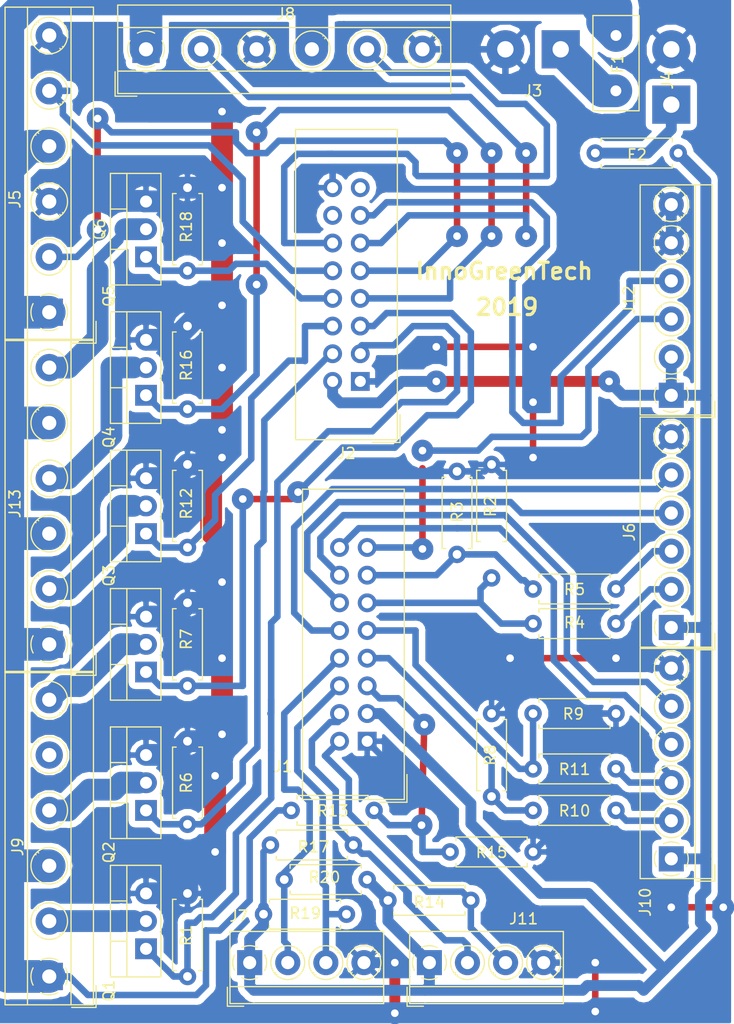
<source format=kicad_pcb>
(kicad_pcb (version 20171130) (host pcbnew "(5.0.1)-4")
  (layers (0 F.Cu signal) (31 B.Cu signal hide) (34 B.Paste user hide) (35 F.Paste user hide) (36 B.SilkS user hide) (37 F.SilkS user) (38 B.Mask user hide) (39 F.Mask user hide) (44 Edge.Cuts user hide))
  (net 0 "")
  (net 1 +24V)
  (net 2 "Net-(F1-Pad2)")
  (net 3 "Net-(F2-Pad2)")
  (net 4 +5V)
  (net 5 GND)
  (net 6 O2.8)
  (net 7 "Net-(J2-Pad14)")
  (net 8 +3V3)
  (net 9 "Net-(J6-Pad2)")
  (net 10 "Net-(J6-Pad3)")
  (net 11 "Net-(J9-Pad6)")
  (net 12 "Net-(J9-Pad4)")
  (net 13 "Net-(J9-Pad2)")
  (net 14 "Net-(J10-Pad3)")
  (net 15 "Net-(J10-Pad2)")
  (net 16 "Net-(J13-Pad6)")
  (net 17 "Net-(J13-Pad4)")
  (net 18 "Net-(J13-Pad2)")
  (net 19 RX1)
  (net 20 TX1)
  (net 21 A1.0)
  (net 22 SCL1)
  (net 23 A1.1)
  (net 24 SDA1)
  (net 25 A1.2)
  (net 26 I1.0)
  (net 27 A1.3)
  (net 28 I1.1)
  (net 29 A1.4)
  (net 30 I1.2)
  (net 31 I1.4)
  (net 32 I1.3)
  (net 33 O1.0)
  (net 34 O1.1)
  (net 35 O1.2)
  (net 36 O1.3)
  (net 37 O1.4)
  (net 38 O1.5)
  (net 39 O1.6)
  (net 40 O1.7)
  (net 41 O1.8)
  (net 42 O1.9)
  (net 43 O1.10)
  (net 44 01.8)
  (module Connector_IDC:IDC-Header_2x08_P2.54mm_Vertical (layer F.Cu) (at 118.345 82.51 180)
    (fp_text reference J2 (at 1.27 -6.604 180) (layer F.SilkS))
    (fp_text value "Output IDC")
    (pad 1 thru_hole rect (at 0 0 180) (size 1.7272 1.7272) (drill 1.016) (layers *.Cu *.Mask) (net 5 GND))
    (pad 2 thru_hole oval (at 2.54 0 180) (size 1.7272 1.7272) (drill 1.016) (layers *.Cu *.Mask) (net 4 +5V))
    (pad 3 thru_hole oval (at 0 2.54 180) (size 1.7272 1.7272) (drill 1.016) (layers *.Cu *.Mask) (net 33 O1.0))
    (pad 4 thru_hole oval (at 2.54 2.54 180) (size 1.7272 1.7272) (drill 1.016) (layers *.Cu *.Mask) (net 34 O1.1))
    (pad 5 thru_hole oval (at 0 5.08 180) (size 1.7272 1.7272) (drill 1.016) (layers *.Cu *.Mask) (net 35 O1.2))
    (pad 6 thru_hole oval (at 2.54 5.08 180) (size 1.7272 1.7272) (drill 1.016) (layers *.Cu *.Mask) (net 36 O1.3))
    (pad 7 thru_hole oval (at 0 7.62 180) (size 1.7272 1.7272) (drill 1.016) (layers *.Cu *.Mask) (net 37 O1.4))
    (pad 8 thru_hole oval (at 2.54 7.62 180) (size 1.7272 1.7272) (drill 1.016) (layers *.Cu *.Mask) (net 38 O1.5))
    (pad 9 thru_hole oval (at 0 10.16 180) (size 1.7272 1.7272) (drill 1.016) (layers *.Cu *.Mask) (net 39 O1.6))
    (pad 10 thru_hole oval (at 2.54 10.16 180) (size 1.7272 1.7272) (drill 1.016) (layers *.Cu *.Mask) (net 40 O1.7))
    (pad 11 thru_hole oval (at 0 12.7 180) (size 1.7272 1.7272) (drill 1.016) (layers *.Cu *.Mask) (net 41 O1.8))
    (pad 12 thru_hole oval (at 2.54 12.7 180) (size 1.7272 1.7272) (drill 1.016) (layers *.Cu *.Mask) (net 42 O1.9))
    (pad 13 thru_hole oval (at 0 15.24 180) (size 1.7272 1.7272) (drill 1.016) (layers *.Cu *.Mask) (net 43 O1.10))
    (pad 14 thru_hole oval (at 2.54 15.24 180) (size 1.7272 1.7272) (drill 1.016) (layers *.Cu *.Mask) (net 7 "Net-(J2-Pad14)"))
    (pad 15 thru_hole oval (at 0 17.78 180) (size 1.7272 1.7272) (drill 1.016) (layers *.Cu *.Mask) (net 8 +3V3))
    (pad 16 thru_hole oval (at 2.54 17.78 180) (size 1.7272 1.7272) (drill 1.016) (layers *.Cu *.Mask) (net 5 GND))
  )
  (module TerminalBlock_MetzConnect:TerminalBlock_MetzConnect_Type101_RT01606HBWC_1x06_P5.08mm_Horizontal (layer F.Cu) (at 98.66 52.03)
    (fp_text reference J8 (at 12.846 -3.262) (layer F.SilkS))
    (fp_text value Output4)
    (pad 1 thru_hole rect (at 0 0) (size 2.5 2.5) (drill 1.3) (layers *.Cu *.Mask) (net 1 +24V))
    (pad 2 thru_hole circle (at 5.08 0) (size 2.5 2.5) (drill 1.3) (layers *.Cu *.Mask) (net 44 01.8))
    (pad 3 thru_hole circle (at 10.16 0) (size 2.5 2.5) (drill 1.3) (layers *.Cu *.Mask) (net 5 GND))
    (pad 4 thru_hole circle (at 15.24 0) (size 2.5 2.5) (drill 1.3) (layers *.Cu *.Mask) (net 1 +24V))
    (pad 5 thru_hole circle (at 20.32 0) (size 2.5 2.5) (drill 1.3) (layers *.Cu *.Mask) (net 42 O1.9))
    (pad 6 thru_hole circle (at 25.4 0) (size 2.5 2.5) (drill 1.3) (layers *.Cu *.Mask) (net 5 GND))
  )
  (module Connector_IDC:IDC-Header_2x08_P2.54mm_Vertical (layer F.Cu) (at 118.98 115.53 180)
    (fp_text reference J1 (at 7.728 -2.326 180) (layer F.SilkS))
    (fp_text value "Input IDC")
    (pad 1 thru_hole rect (at 0 0 180) (size 1.7272 1.7272) (drill 1.016) (layers *.Cu *.Mask) (net 5 GND))
    (pad 2 thru_hole oval (at 2.54 0 180) (size 1.7272 1.7272) (drill 1.016) (layers *.Cu *.Mask) (net 19 RX1))
    (pad 3 thru_hole oval (at 0 2.54 180) (size 1.7272 1.7272) (drill 1.016) (layers *.Cu *.Mask) (net 4 +5V))
    (pad 4 thru_hole oval (at 2.54 2.54 180) (size 1.7272 1.7272) (drill 1.016) (layers *.Cu *.Mask) (net 20 TX1))
    (pad 5 thru_hole oval (at 0 5.08 180) (size 1.7272 1.7272) (drill 1.016) (layers *.Cu *.Mask) (net 21 A1.0))
    (pad 6 thru_hole oval (at 2.54 5.08 180) (size 1.7272 1.7272) (drill 1.016) (layers *.Cu *.Mask) (net 22 SCL1))
    (pad 7 thru_hole oval (at 0 7.62 180) (size 1.7272 1.7272) (drill 1.016) (layers *.Cu *.Mask) (net 23 A1.1))
    (pad 8 thru_hole oval (at 2.54 7.62 180) (size 1.7272 1.7272) (drill 1.016) (layers *.Cu *.Mask) (net 24 SDA1))
    (pad 9 thru_hole oval (at 0 10.16 180) (size 1.7272 1.7272) (drill 1.016) (layers *.Cu *.Mask) (net 25 A1.2))
    (pad 10 thru_hole oval (at 2.54 10.16 180) (size 1.7272 1.7272) (drill 1.016) (layers *.Cu *.Mask) (net 26 I1.0))
    (pad 11 thru_hole oval (at 0 12.7 180) (size 1.7272 1.7272) (drill 1.016) (layers *.Cu *.Mask) (net 27 A1.3))
    (pad 12 thru_hole oval (at 2.54 12.7 180) (size 1.7272 1.7272) (drill 1.016) (layers *.Cu *.Mask) (net 28 I1.1))
    (pad 13 thru_hole oval (at 0 15.24 180) (size 1.7272 1.7272) (drill 1.016) (layers *.Cu *.Mask) (net 29 A1.4))
    (pad 14 thru_hole oval (at 2.54 15.24 180) (size 1.7272 1.7272) (drill 1.016) (layers *.Cu *.Mask) (net 30 I1.2))
    (pad 15 thru_hole oval (at 0 17.78 180) (size 1.7272 1.7272) (drill 1.016) (layers *.Cu *.Mask) (net 31 I1.4))
    (pad 16 thru_hole oval (at 2.54 17.78 180) (size 1.7272 1.7272) (drill 1.016) (layers *.Cu *.Mask) (net 32 I1.3))
  )
  (module Resistor_THT:R_Axial_DIN0207_L6.3mm_D2.5mm_P7.62mm_Horizontal (layer F.Cu) (at 130.41 97.75 90)
    (fp_text reference R2 (at 3.77 -0.108 90) (layer F.SilkS))
    (fp_text value R)
    (pad 1 thru_hole circle (at -2.794 0 90) (size 1.6 1.6) (drill 0.8) (layers *.Cu *.Mask) (net 27 A1.3))
    (pad 2 thru_hole oval (at 7.62 0 90) (size 1.6 1.6) (drill 0.8) (layers *.Cu *.Mask) (net 5 GND))
  )
  (module Resistor_THT:R_Axial_DIN0207_L6.3mm_D2.5mm_P7.62mm_Horizontal (layer F.Cu) (at 134.22 104.735)
    (fp_text reference R4 (at 3.81 -0.087) (layer F.SilkS))
    (fp_text value R hide)
    (pad 1 thru_hole circle (at 0 0) (size 1.6 1.6) (drill 0.8) (layers *.Cu *.Mask) (net 27 A1.3))
    (pad 2 thru_hole oval (at 7.62 0) (size 1.6 1.6) (drill 0.8) (layers *.Cu *.Mask) (net 9 "Net-(J6-Pad2)"))
  )
  (module Resistor_THT:R_Axial_DIN0207_L6.3mm_D2.5mm_P7.62mm_Horizontal (layer F.Cu) (at 120.885 130.135)
    (fp_text reference R14 (at 3.81 0.167) (layer F.SilkS))
    (fp_text value R)
    (pad 1 thru_hole circle (at 0 0) (size 1.6 1.6) (drill 0.8) (layers *.Cu *.Mask) (net 4 +5V))
    (pad 2 thru_hole oval (at 7.62 0) (size 1.6 1.6) (drill 0.8) (layers *.Cu *.Mask) (net 19 RX1))
  )
  (module Fuse:Fuse_Littelfuse_395Series (layer F.Cu) (at 141.84 50.76 270)
    (fp_text reference F1 (at 2.58 -0.146 270) (layer F.SilkS))
    (fp_text value Fuse)
    (pad 1 thru_hole circle (at 0 0 270) (size 2 2) (drill 1) (layers *.Cu *.Mask) (net 1 +24V))
    (pad 2 thru_hole circle (at 5.08 0.01 270) (size 2 2) (drill 1) (layers *.Cu *.Mask) (net 2 "Net-(F1-Pad2)"))
  )
  (module Resistor_THT:R_Axial_DIN0207_L6.3mm_D2.5mm_P7.62mm_Horizontal (layer F.Cu) (at 147.555 61.555 180)
    (fp_text reference F2 (at 3.791 -0.167 180) (layer F.SilkS))
    (fp_text value Fuse)
    (pad 2 thru_hole oval (at 7.62 0 180) (size 1.6 1.6) (drill 0.8) (layers *.Cu *.Mask) (net 3 "Net-(F2-Pad2)"))
    (pad 1 thru_hole circle (at 0 0 180) (size 1.6 1.6) (drill 0.8) (layers *.Cu *.Mask) (net 4 +5V))
  )
  (module Connector_Wire:SolderWirePad_1x02_P5.08mm_Drill1.5mm (layer F.Cu) (at 136.76 52.03 180)
    (fp_text reference J3 (at 2.54 -3.81 180) (layer F.SilkS))
    (fp_text value "24 V")
    (pad 2 thru_hole circle (at 5.08 0 180) (size 3.50012 3.50012) (drill 1.50114) (layers *.Cu *.Mask) (net 5 GND))
    (pad 1 thru_hole rect (at 0 0 180) (size 3.50012 3.50012) (drill 1.50114) (layers *.Cu *.Mask) (net 2 "Net-(F1-Pad2)"))
  )
  (module Connector_Wire:SolderWirePad_1x02_P5.08mm_Drill1.5mm (layer F.Cu) (at 146.92 57.11 90)
    (fp_text reference J4 (at 2.246 -0.362 90) (layer F.SilkS))
    (fp_text value "IN 5V")
    (pad 1 thru_hole rect (at 0 0 90) (size 3.50012 3.50012) (drill 1.50114) (layers *.Cu *.Mask) (net 3 "Net-(F2-Pad2)"))
    (pad 2 thru_hole circle (at 5.08 0 90) (size 3.50012 3.50012) (drill 1.50114) (layers *.Cu *.Mask) (net 5 GND))
  )
  (module TerminalBlock_MetzConnect:TerminalBlock_MetzConnect_Type101_RT01606HBWC_1x06_P5.08mm_Horizontal (layer F.Cu) (at 89.77 76.16 90)
    (fp_text reference J5 (at 10.374 -3.156 90) (layer F.SilkS))
    (fp_text value Output3)
    (pad 1 thru_hole rect (at 0 0 90) (size 2.5 2.5) (drill 1.3) (layers *.Cu *.Mask) (net 1 +24V))
    (pad 2 thru_hole circle (at 5.08 0 90) (size 2.5 2.5) (drill 1.3) (layers *.Cu *.Mask) (net 39 O1.6))
    (pad 3 thru_hole circle (at 10.16 0 90) (size 2.5 2.5) (drill 1.3) (layers *.Cu *.Mask) (net 5 GND))
    (pad 4 thru_hole circle (at 15.24 0 90) (size 2.5 2.5) (drill 1.3) (layers *.Cu *.Mask) (net 1 +24V))
    (pad 5 thru_hole circle (at 20.32 0 90) (size 2.5 2.5) (drill 1.3) (layers *.Cu *.Mask) (net 40 O1.7))
    (pad 6 thru_hole circle (at 25.4 0 90) (size 2.5 2.5) (drill 1.3) (layers *.Cu *.Mask) (net 5 GND))
  )
  (module TerminalBlock_MetzConnect:TerminalBlock_MetzConnect_Type059_RT06306HBWC_1x06_P3.50mm_Horizontal (layer F.Cu) (at 146.92 105.09 90)
    (fp_text reference J6 (at 8.75 -3.86 90) (layer F.SilkS))
    (fp_text value Input1)
    (pad 1 thru_hole rect (at 0 0 90) (size 2.3 2.3) (drill 1.2) (layers *.Cu *.Mask) (net 4 +5V))
    (pad 2 thru_hole circle (at 3.5 0 90) (size 2.3 2.3) (drill 1.2) (layers *.Cu *.Mask) (net 9 "Net-(J6-Pad2)"))
    (pad 3 thru_hole circle (at 7 0 90) (size 2.3 2.3) (drill 1.2) (layers *.Cu *.Mask) (net 10 "Net-(J6-Pad3)"))
    (pad 4 thru_hole circle (at 10.5 0 90) (size 2.3 2.3) (drill 1.2) (layers *.Cu *.Mask) (net 28 I1.1))
    (pad 5 thru_hole circle (at 14 0 90) (size 2.3 2.3) (drill 1.2) (layers *.Cu *.Mask) (net 26 I1.0))
    (pad 6 thru_hole circle (at 17.5 0 90) (size 2.3 2.3) (drill 1.2) (layers *.Cu *.Mask) (net 5 GND))
  )
  (module TerminalBlock_MetzConnect:TerminalBlock_MetzConnect_Type059_RT06304HBWC_1x04_P3.50mm_Horizontal (layer F.Cu) (at 108.185 135.85)
    (fp_text reference J7 (at -0.997 -4.278) (layer F.SilkS))
    (fp_text value "serial port")
    (pad 1 thru_hole rect (at 0 0) (size 2.3 2.3) (drill 1.2) (layers *.Cu *.Mask) (net 4 +5V))
    (pad 2 thru_hole circle (at 3.5 0) (size 2.3 2.3) (drill 1.2) (layers *.Cu *.Mask) (net 24 SDA1))
    (pad 3 thru_hole circle (at 7 0) (size 2.3 2.3) (drill 1.2) (layers *.Cu *.Mask) (net 22 SCL1))
    (pad 4 thru_hole circle (at 10.5 0) (size 2.3 2.3) (drill 1.2) (layers *.Cu *.Mask) (net 5 GND))
  )
  (module TerminalBlock_MetzConnect:TerminalBlock_MetzConnect_Type101_RT01606HBWC_1x06_P5.08mm_Horizontal (layer F.Cu) (at 89.77 137.12 90)
    (fp_text reference J9 (at 11.898 -2.902 90) (layer F.SilkS))
    (fp_text value Output1)
    (pad 6 thru_hole circle (at 25.4 0 90) (size 2.5 2.5) (drill 1.3) (layers *.Cu *.Mask) (net 11 "Net-(J9-Pad6)"))
    (pad 5 thru_hole circle (at 20.32 0 90) (size 2.5 2.5) (drill 1.3) (layers *.Cu *.Mask) (net 1 +24V))
    (pad 4 thru_hole circle (at 15.24 0 90) (size 2.5 2.5) (drill 1.3) (layers *.Cu *.Mask) (net 12 "Net-(J9-Pad4)"))
    (pad 3 thru_hole circle (at 10.16 0 90) (size 2.5 2.5) (drill 1.3) (layers *.Cu *.Mask) (net 1 +24V))
    (pad 2 thru_hole circle (at 5.08 0 90) (size 2.5 2.5) (drill 1.3) (layers *.Cu *.Mask) (net 13 "Net-(J9-Pad2)"))
    (pad 1 thru_hole rect (at 0 0 90) (size 2.5 2.5) (drill 1.3) (layers *.Cu *.Mask) (net 1 +24V))
  )
  (module TerminalBlock_MetzConnect:TerminalBlock_MetzConnect_Type059_RT06306HBWC_1x06_P3.50mm_Horizontal (layer F.Cu) (at 146.92 126.325 90)
    (fp_text reference J10 (at -3.977 -2.394 90) (layer F.SilkS))
    (fp_text value Input2)
    (pad 6 thru_hole circle (at 17.5 0 90) (size 2.3 2.3) (drill 1.2) (layers *.Cu *.Mask) (net 5 GND))
    (pad 5 thru_hole circle (at 14 0 90) (size 2.3 2.3) (drill 1.2) (layers *.Cu *.Mask) (net 30 I1.2))
    (pad 4 thru_hole circle (at 10.5 0 90) (size 2.3 2.3) (drill 1.2) (layers *.Cu *.Mask) (net 32 I1.3))
    (pad 3 thru_hole circle (at 7 0 90) (size 2.3 2.3) (drill 1.2) (layers *.Cu *.Mask) (net 14 "Net-(J10-Pad3)"))
    (pad 2 thru_hole circle (at 3.5 0 90) (size 2.3 2.3) (drill 1.2) (layers *.Cu *.Mask) (net 15 "Net-(J10-Pad2)"))
    (pad 1 thru_hole rect (at 0 0 90) (size 2.3 2.3) (drill 1.2) (layers *.Cu *.Mask) (net 4 +5V))
  )
  (module TerminalBlock_MetzConnect:TerminalBlock_MetzConnect_Type059_RT06304HBWC_1x04_P3.50mm_Horizontal (layer F.Cu) (at 124.695 135.85)
    (fp_text reference J11 (at 8.655 -4.024) (layer F.SilkS))
    (fp_text value "I²C port")
    (pad 4 thru_hole circle (at 10.5 0) (size 2.3 2.3) (drill 1.2) (layers *.Cu *.Mask) (net 5 GND))
    (pad 3 thru_hole circle (at 7 0) (size 2.3 2.3) (drill 1.2) (layers *.Cu *.Mask) (net 19 RX1))
    (pad 2 thru_hole circle (at 3.5 0) (size 2.3 2.3) (drill 1.2) (layers *.Cu *.Mask) (net 20 TX1))
    (pad 1 thru_hole rect (at 0 0) (size 2.3 2.3) (drill 1.2) (layers *.Cu *.Mask) (net 4 +5V))
  )
  (module TerminalBlock_MetzConnect:TerminalBlock_MetzConnect_Type059_RT06306HBWC_1x06_P3.50mm_Horizontal (layer F.Cu) (at 146.92 83.78 90)
    (fp_text reference J12 (at 8.75 -3.86 90) (layer F.SilkS))
    (fp_text value Input3)
    (pad 1 thru_hole rect (at 0 0 90) (size 2.3 2.3) (drill 1.2) (layers *.Cu *.Mask) (net 4 +5V))
    (pad 2 thru_hole circle (at 3.5 0 90) (size 2.3 2.3) (drill 1.2) (layers *.Cu *.Mask) (net 4 +5V))
    (pad 3 thru_hole circle (at 7 0 90) (size 2.3 2.3) (drill 1.2) (layers *.Cu *.Mask) (net 31 I1.4))
    (pad 4 thru_hole circle (at 10.5 0 90) (size 2.3 2.3) (drill 1.2) (layers *.Cu *.Mask) (net 43 O1.10))
    (pad 5 thru_hole circle (at 14 0 90) (size 2.3 2.3) (drill 1.2) (layers *.Cu *.Mask) (net 5 GND))
    (pad 6 thru_hole circle (at 17.5 0 90) (size 2.3 2.3) (drill 1.2) (layers *.Cu *.Mask) (net 5 GND))
  )
  (module TerminalBlock_MetzConnect:TerminalBlock_MetzConnect_Type101_RT01606HBWC_1x06_P5.08mm_Horizontal (layer F.Cu) (at 89.77 106.64 90)
    (fp_text reference J13 (at 12.914 -3.156 90) (layer F.SilkS))
    (fp_text value Output2)
    (pad 6 thru_hole circle (at 25.4 0 90) (size 2.5 2.5) (drill 1.3) (layers *.Cu *.Mask) (net 16 "Net-(J13-Pad6)"))
    (pad 5 thru_hole circle (at 20.32 0 90) (size 2.5 2.5) (drill 1.3) (layers *.Cu *.Mask) (net 1 +24V))
    (pad 4 thru_hole circle (at 15.24 0 90) (size 2.5 2.5) (drill 1.3) (layers *.Cu *.Mask) (net 17 "Net-(J13-Pad4)"))
    (pad 3 thru_hole circle (at 10.16 0 90) (size 2.5 2.5) (drill 1.3) (layers *.Cu *.Mask) (net 1 +24V))
    (pad 2 thru_hole circle (at 5.08 0 90) (size 2.5 2.5) (drill 1.3) (layers *.Cu *.Mask) (net 18 "Net-(J13-Pad2)"))
    (pad 1 thru_hole rect (at 0 0 90) (size 2.5 2.5) (drill 1.3) (layers *.Cu *.Mask) (net 1 +24V))
  )
  (module Package_TO_SOT_THT:TO-220-3_Vertical (layer F.Cu) (at 98.66 134.58 90)
    (fp_text reference Q1 (at -3.85 -3.41 90) (layer F.SilkS))
    (fp_text value IRLZ34N)
    (pad 3 thru_hole oval (at 5.08 0 90) (size 1.905 2) (drill 1.1) (layers *.Cu *.Mask) (net 5 GND))
    (pad 2 thru_hole oval (at 2.54 0 90) (size 1.905 2) (drill 1.1) (layers *.Cu *.Mask) (net 13 "Net-(J9-Pad2)"))
    (pad 1 thru_hole rect (at 0 0 90) (size 1.905 2) (drill 1.1) (layers *.Cu *.Mask) (net 33 O1.0))
  )
  (module Package_TO_SOT_THT:TO-220-3_Vertical (layer F.Cu) (at 98.66 121.88 90)
    (fp_text reference Q2 (at -3.85 -3.41 90) (layer F.SilkS))
    (fp_text value IRLZ34N)
    (pad 1 thru_hole rect (at 0 0 90) (size 1.905 2) (drill 1.1) (layers *.Cu *.Mask) (net 34 O1.1))
    (pad 2 thru_hole oval (at 2.54 0 90) (size 1.905 2) (drill 1.1) (layers *.Cu *.Mask) (net 12 "Net-(J9-Pad4)"))
    (pad 3 thru_hole oval (at 5.08 0 90) (size 1.905 2) (drill 1.1) (layers *.Cu *.Mask) (net 5 GND))
  )
  (module Package_TO_SOT_THT:TO-220-3_Vertical (layer F.Cu) (at 98.66 109.18 90)
    (fp_text reference Q3 (at 8.85 -3.41 90) (layer F.SilkS))
    (fp_text value IRLZ34N hide)
    (pad 1 thru_hole rect (at 0 0 90) (size 1.905 2) (drill 1.1) (layers *.Cu *.Mask) (net 35 O1.2))
    (pad 2 thru_hole oval (at 2.54 0 90) (size 1.905 2) (drill 1.1) (layers *.Cu *.Mask) (net 11 "Net-(J9-Pad6)"))
    (pad 3 thru_hole oval (at 5.08 0 90) (size 1.905 2) (drill 1.1) (layers *.Cu *.Mask) (net 5 GND))
  )
  (module Package_TO_SOT_THT:TO-220-3_Vertical (layer F.Cu) (at 98.66 96.48 90)
    (fp_text reference Q4 (at 8.85 -3.41 90) (layer F.SilkS))
    (fp_text value IRLZ34N hide)
    (pad 3 thru_hole oval (at 5.08 0 90) (size 1.905 2) (drill 1.1) (layers *.Cu *.Mask) (net 5 GND))
    (pad 2 thru_hole oval (at 2.54 0 90) (size 1.905 2) (drill 1.1) (layers *.Cu *.Mask) (net 18 "Net-(J13-Pad2)"))
    (pad 1 thru_hole rect (at 0 0 90) (size 1.905 2) (drill 1.1) (layers *.Cu *.Mask) (net 36 O1.3))
  )
  (module Package_TO_SOT_THT:TO-220-3_Vertical (layer F.Cu) (at 98.66 83.78 90)
    (fp_text reference Q5 (at 9.104 -3.41 90) (layer F.SilkS))
    (fp_text value IRLZ34N hide)
    (pad 1 thru_hole rect (at 0 0 90) (size 1.905 2) (drill 1.1) (layers *.Cu *.Mask) (net 37 O1.4))
    (pad 2 thru_hole oval (at 2.54 0 90) (size 1.905 2) (drill 1.1) (layers *.Cu *.Mask) (net 17 "Net-(J13-Pad4)"))
    (pad 3 thru_hole oval (at 5.08 0 90) (size 1.905 2) (drill 1.1) (layers *.Cu *.Mask) (net 5 GND))
  )
  (module Package_TO_SOT_THT:TO-220-3_Vertical (layer F.Cu) (at 98.66 71.08 90)
    (fp_text reference Q6 (at 2.54 -4.27 90) (layer F.SilkS))
    (fp_text value IRLZ34N)
    (pad 3 thru_hole oval (at 5.08 0 90) (size 1.905 2) (drill 1.1) (layers *.Cu *.Mask) (net 5 GND))
    (pad 2 thru_hole oval (at 2.54 0 90) (size 1.905 2) (drill 1.1) (layers *.Cu *.Mask) (net 16 "Net-(J13-Pad6)"))
    (pad 1 thru_hole rect (at 0 0 90) (size 1.905 2) (drill 1.1) (layers *.Cu *.Mask) (net 38 O1.5))
  )
  (module Resistor_THT:R_Axial_DIN0207_L6.3mm_D2.5mm_P7.62mm_Horizontal (layer F.Cu) (at 102.47 137.12 90)
    (fp_text reference R1 (at 3.77 -0.108 90) (layer F.SilkS))
    (fp_text value R)
    (pad 1 thru_hole circle (at 0 0 90) (size 1.6 1.6) (drill 0.8) (layers *.Cu *.Mask) (net 33 O1.0))
    (pad 2 thru_hole oval (at 7.62 0 90) (size 1.6 1.6) (drill 0.8) (layers *.Cu *.Mask) (net 5 GND))
  )
  (module Resistor_THT:R_Axial_DIN0207_L6.3mm_D2.5mm_P7.62mm_Horizontal (layer F.Cu) (at 127.235 98.385 90)
    (fp_text reference R3 (at 3.897 0.019 90) (layer F.SilkS))
    (fp_text value R hide)
    (pad 1 thru_hole circle (at 0 0 90) (size 1.6 1.6) (drill 0.8) (layers *.Cu *.Mask) (net 29 A1.4))
    (pad 2 thru_hole oval (at 7.62 0 90) (size 1.6 1.6) (drill 0.8) (layers *.Cu *.Mask) (net 5 GND))
  )
  (module Resistor_THT:R_Axial_DIN0207_L6.3mm_D2.5mm_P7.62mm_Horizontal (layer F.Cu) (at 134.22 101.56)
    (fp_text reference R5 (at 3.81 0.04) (layer F.SilkS))
    (fp_text value R hide)
    (pad 2 thru_hole oval (at 7.62 0) (size 1.6 1.6) (drill 0.8) (layers *.Cu *.Mask) (net 10 "Net-(J6-Pad3)"))
    (pad 1 thru_hole circle (at 0 0) (size 1.6 1.6) (drill 0.8) (layers *.Cu *.Mask) (net 29 A1.4))
  )
  (module Resistor_THT:R_Axial_DIN0207_L6.3mm_D2.5mm_P7.62mm_Horizontal (layer F.Cu) (at 102.47 123.15 90)
    (fp_text reference R6 (at 3.81 -0.108 90) (layer F.SilkS))
    (fp_text value R)
    (pad 1 thru_hole circle (at 0 0 90) (size 1.6 1.6) (drill 0.8) (layers *.Cu *.Mask) (net 34 O1.1))
    (pad 2 thru_hole oval (at 7.62 0 90) (size 1.6 1.6) (drill 0.8) (layers *.Cu *.Mask) (net 5 GND))
  )
  (module Resistor_THT:R_Axial_DIN0207_L6.3mm_D2.5mm_P7.62mm_Horizontal (layer F.Cu) (at 102.47 110.45 90)
    (fp_text reference R7 (at 4.278 -0.108 90) (layer F.SilkS))
    (fp_text value R)
    (pad 2 thru_hole oval (at 7.62 0 90) (size 1.6 1.6) (drill 0.8) (layers *.Cu *.Mask) (net 5 GND))
    (pad 1 thru_hole circle (at 0 0 90) (size 1.6 1.6) (drill 0.8) (layers *.Cu *.Mask) (net 35 O1.2))
  )
  (module Resistor_THT:R_Axial_DIN0207_L6.3mm_D2.5mm_P7.62mm_Horizontal (layer F.Cu) (at 130.41 120.61 90)
    (fp_text reference R8 (at 3.81 -0.108 90) (layer F.SilkS))
    (fp_text value R)
    (pad 1 thru_hole circle (at 0 0 90) (size 1.6 1.6) (drill 0.8) (layers *.Cu *.Mask) (net 23 A1.1))
    (pad 2 thru_hole oval (at 7.62 0 90) (size 1.6 1.6) (drill 0.8) (layers *.Cu *.Mask) (net 5 GND))
  )
  (module Resistor_THT:R_Axial_DIN0207_L6.3mm_D2.5mm_P7.62mm_Horizontal (layer F.Cu) (at 134.22 112.99)
    (fp_text reference R9 (at 3.702 0.04) (layer F.SilkS))
    (fp_text value R)
    (pad 1 thru_hole circle (at 0 0) (size 1.6 1.6) (drill 0.8) (layers *.Cu *.Mask) (net 25 A1.2))
    (pad 2 thru_hole oval (at 7.62 0) (size 1.6 1.6) (drill 0.8) (layers *.Cu *.Mask) (net 5 GND))
  )
  (module Resistor_THT:R_Axial_DIN0207_L6.3mm_D2.5mm_P7.62mm_Horizontal (layer F.Cu) (at 134.22 121.88)
    (fp_text reference R10 (at 3.81 0.04) (layer F.SilkS))
    (fp_text value R)
    (pad 2 thru_hole oval (at 7.62 0) (size 1.6 1.6) (drill 0.8) (layers *.Cu *.Mask) (net 15 "Net-(J10-Pad2)"))
    (pad 1 thru_hole circle (at 0 0) (size 1.6 1.6) (drill 0.8) (layers *.Cu *.Mask) (net 23 A1.1))
  )
  (module Resistor_THT:R_Axial_DIN0207_L6.3mm_D2.5mm_P7.62mm_Horizontal (layer F.Cu) (at 134.22 118.07)
    (fp_text reference R11 (at 3.81 0.04) (layer F.SilkS))
    (fp_text value R hide)
    (pad 2 thru_hole oval (at 7.62 0) (size 1.6 1.6) (drill 0.8) (layers *.Cu *.Mask) (net 14 "Net-(J10-Pad3)"))
    (pad 1 thru_hole circle (at 0 0) (size 1.6 1.6) (drill 0.8) (layers *.Cu *.Mask) (net 25 A1.2))
  )
  (module Resistor_THT:R_Axial_DIN0207_L6.3mm_D2.5mm_P7.62mm_Horizontal (layer F.Cu) (at 102.47 97.75 90)
    (fp_text reference R12 (at 4.024 -0.108 90) (layer F.SilkS))
    (fp_text value R)
    (pad 2 thru_hole oval (at 7.62 0 90) (size 1.6 1.6) (drill 0.8) (layers *.Cu *.Mask) (net 5 GND))
    (pad 1 thru_hole circle (at 0 0 90) (size 1.6 1.6) (drill 0.8) (layers *.Cu *.Mask) (net 36 O1.3))
  )
  (module Resistor_THT:R_Axial_DIN0207_L6.3mm_D2.5mm_P7.62mm_Horizontal (layer F.Cu) (at 110.09 125.055)
    (fp_text reference R13 (at 5.734 -3.135) (layer F.SilkS))
    (fp_text value R hide)
    (pad 2 thru_hole oval (at 7.62 0) (size 1.6 1.6) (drill 0.8) (layers *.Cu *.Mask) (net 20 TX1))
    (pad 1 thru_hole circle (at 0 0) (size 1.6 1.6) (drill 0.8) (layers *.Cu *.Mask) (net 4 +5V))
  )
  (module Resistor_THT:R_Axial_DIN0207_L6.3mm_D2.5mm_P7.62mm_Horizontal (layer F.Cu) (at 126.6 125.69)
    (fp_text reference R15 (at 3.81 0.04) (layer F.SilkS))
    (fp_text value R)
    (pad 1 thru_hole circle (at 0 0) (size 1.6 1.6) (drill 0.8) (layers *.Cu *.Mask) (net 21 A1.0))
    (pad 2 thru_hole oval (at 7.62 0) (size 1.6 1.6) (drill 0.8) (layers *.Cu *.Mask) (net 5 GND))
  )
  (module Resistor_THT:R_Axial_DIN0207_L6.3mm_D2.5mm_P7.62mm_Horizontal (layer F.Cu) (at 102.47 85.05 90)
    (fp_text reference R16 (at 4.024 -0.108 90) (layer F.SilkS))
    (fp_text value R)
    (pad 1 thru_hole circle (at 0 0 90) (size 1.6 1.6) (drill 0.8) (layers *.Cu *.Mask) (net 37 O1.4))
    (pad 2 thru_hole oval (at 7.62 0 90) (size 1.6 1.6) (drill 0.8) (layers *.Cu *.Mask) (net 5 GND))
  )
  (module Resistor_THT:R_Axial_DIN0207_L6.3mm_D2.5mm_P7.62mm_Horizontal (layer F.Cu) (at 119.615 121.88 180)
    (fp_text reference R17 (at 5.569 -3.342 180) (layer F.SilkS))
    (fp_text value R)
    (pad 1 thru_hole circle (at 0 0 180) (size 1.6 1.6) (drill 0.8) (layers *.Cu *.Mask) (net 21 A1.0))
    (pad 2 thru_hole oval (at 7.62 0 180) (size 1.6 1.6) (drill 0.8) (layers *.Cu *.Mask) (net 1 +24V))
  )
  (module Resistor_THT:R_Axial_DIN0207_L6.3mm_D2.5mm_P7.62mm_Horizontal (layer F.Cu) (at 102.47 72.35 90)
    (fp_text reference R18 (at 4.024 -0.108 90) (layer F.SilkS))
    (fp_text value R)
    (pad 1 thru_hole circle (at 0 0 90) (size 1.6 1.6) (drill 0.8) (layers *.Cu *.Mask) (net 38 O1.5))
    (pad 2 thru_hole oval (at 7.62 0 90) (size 1.6 1.6) (drill 0.8) (layers *.Cu *.Mask) (net 5 GND))
  )
  (module Resistor_THT:R_Axial_DIN0207_L6.3mm_D2.5mm_P7.62mm_Horizontal (layer F.Cu) (at 118.98 128.23 180)
    (fp_text reference R19 (at 5.696 -3.088 180) (layer F.SilkS))
    (fp_text value R hide)
    (pad 1 thru_hole circle (at 0 0 180) (size 1.6 1.6) (drill 0.8) (layers *.Cu *.Mask) (net 4 +5V))
    (pad 2 thru_hole oval (at 7.62 0 180) (size 1.6 1.6) (drill 0.8) (layers *.Cu *.Mask) (net 24 SDA1))
  )
  (module Resistor_THT:R_Axial_DIN0207_L6.3mm_D2.5mm_P7.62mm_Horizontal (layer F.Cu) (at 109.455 131.405)
    (fp_text reference R20 (at 5.607 -3.389) (layer F.SilkS))
    (fp_text value R)
    (pad 2 thru_hole oval (at 7.62 0) (size 1.6 1.6) (drill 0.8) (layers *.Cu *.Mask) (net 22 SCL1))
    (pad 1 thru_hole circle (at 0 0) (size 1.6 1.6) (drill 0.8) (layers *.Cu *.Mask) (net 4 +5V))
  )
  (gr_text 2019 (at 131.826 75.692) (layer F.SilkS) (effects (font (size 1.5 1.5) (thickness 0.3))))
  (gr_text InnoGreenTech (at 131.572 72.39) (layer F.SilkS) (effects (font (size 1.5 1.5) (thickness 0.3))))
  (dimension 69 (width 0.3) (layer B.SilkS) (gr_text "69,000 mm" (at 118.5 33.9) (layer B.SilkS) (effects (font (size 1.5 1.5) (thickness 0.3)))) (feature1 (pts (xy 153 45) (xy 153 35.413579))) (feature2 (pts (xy 84 45) (xy 84 35.413579))) (crossbar (pts (xy 84 36) (xy 153 36))) (arrow1a (pts (xy 153 36) (xy 151.873496 36.586421))) (arrow1b (pts (xy 153 36) (xy 151.873496 35.413579))) (arrow2a (pts (xy 84 36) (xy 85.126504 36.586421))) (arrow2b (pts (xy 84 36) (xy 85.126504 35.413579))))
  (dimension 97 (width 0.3) (layer B.SilkS) (gr_text "97,000 mm" (at 163.1 93.5 90) (layer B.SilkS) (effects (font (size 1.5 1.5) (thickness 0.3)))) (feature1 (pts (xy 153 45) (xy 161.586421 45))) (feature2 (pts (xy 153 142) (xy 161.586421 142))) (crossbar (pts (xy 161 142) (xy 161 45))) (arrow1a (pts (xy 161 45) (xy 161.586421 46.126504))) (arrow1b (pts (xy 161 45) (xy 160.413579 46.126504))) (arrow2a (pts (xy 161 142) (xy 161.586421 140.873496))) (arrow2b (pts (xy 161 142) (xy 160.413579 140.873496))))
  (gr_line (start 153 45) (end 153 142) (layer Edge.Cuts) (width 0.15))
  (gr_line (start 84 45) (end 153 45) (layer Edge.Cuts) (width 0.15))
  (gr_line (start 84 142) (end 84 45) (layer Edge.Cuts) (width 0.15))
  (gr_line (start 153 142) (end 84 142) (layer Edge.Cuts) (width 0.15))
  (segment (start 88.002234 60.92) (end 85.96 62.962234) (width 3) (layer B.Cu) (net 1))
  (segment (start 89.77 60.92) (end 88.002234 60.92) (width 3) (layer B.Cu) (net 1))
  (segment (start 85.96 137.12) (end 89.77 137.12) (width 3) (layer B.Cu) (net 1))
  (segment (start 89.77 126.96) (end 85.96 126.96) (width 3) (layer B.Cu) (net 1))
  (segment (start 85.96 126.96) (end 85.96 137.12) (width 3) (layer B.Cu) (net 1))
  (segment (start 89.77 106.64) (end 85.96 106.64) (width 3) (layer B.Cu) (net 1))
  (segment (start 85.96 106.64) (end 85.96 126.96) (width 3) (layer B.Cu) (net 1))
  (segment (start 88.002234 96.48) (end 85.96 96.48) (width 3) (layer B.Cu) (net 1))
  (segment (start 89.77 96.48) (end 88.002234 96.48) (width 3) (layer B.Cu) (net 1))
  (segment (start 85.96 96.48) (end 85.96 106.64) (width 3) (layer B.Cu) (net 1))
  (segment (start 88.002234 86.32) (end 85.96 86.32) (width 3) (layer B.Cu) (net 1))
  (segment (start 89.77 86.32) (end 88.002234 86.32) (width 3) (layer B.Cu) (net 1))
  (segment (start 85.96 86.32) (end 85.96 96.48) (width 3) (layer B.Cu) (net 1))
  (segment (start 140.610061 48.599939) (end 140.190061 48.179939) (width 3) (layer B.Cu) (net 1))
  (segment (start 141.84 50.76) (end 140.610061 49.530061) (width 3) (layer B.Cu) (net 1))
  (segment (start 140.610061 49.530061) (end 140.610061 48.599939) (width 3) (layer B.Cu) (net 1))
  (segment (start 98.66 48.22) (end 98.66 52.03) (width 3) (layer B.Cu) (net 1))
  (segment (start 98.700061 48.179939) (end 98.66 48.22) (width 3) (layer B.Cu) (net 1))
  (segment (start 113.9 52.03) (end 113.9 48.179939) (width 3) (layer B.Cu) (net 1))
  (segment (start 85.96 49.611998) (end 88.161999 47.409999) (width 3) (layer B.Cu) (net 1))
  (segment (start 85.96 62.962234) (end 85.96 49.611998) (width 3) (layer B.Cu) (net 1))
  (segment (start 88.161999 47.409999) (end 115.760875 47.409999) (width 3) (layer B.Cu) (net 1))
  (segment (start 115.760875 47.409999) (end 115.835883 47.334991) (width 3) (layer B.Cu) (net 1))
  (segment (start 141.84 48.22) (end 141.84 50.76) (width 3) (layer B.Cu) (net 1))
  (segment (start 115.835883 47.334991) (end 140.954991 47.334991) (width 3) (layer B.Cu) (net 1))
  (segment (start 140.954991 47.334991) (end 141.84 48.22) (width 3) (layer B.Cu) (net 1))
  (segment (start 89.77 76.16) (end 85.96 76.16) (width 3) (layer B.Cu) (net 1))
  (segment (start 85.96 62.962234) (end 85.96 76.16) (width 3) (layer B.Cu) (net 1))
  (segment (start 85.96 76.16) (end 85.96 86.32) (width 3) (layer B.Cu) (net 1))
  (segment (start 91.62 137.12) (end 89.77 137.12) (width 0.6) (layer B.Cu) (net 1))
  (segment (start 93.320001 138.820001) (end 91.62 137.12) (width 0.6) (layer B.Cu) (net 1))
  (segment (start 103.286001 138.820001) (end 93.320001 138.820001) (width 0.6) (layer B.Cu) (net 1))
  (segment (start 104.170001 137.936001) (end 103.286001 138.820001) (width 0.6) (layer B.Cu) (net 1))
  (segment (start 104.170001 132.903997) (end 104.170001 137.936001) (width 0.6) (layer B.Cu) (net 1))
  (segment (start 104.170001 132.903997) (end 104.170001 132.879999) (width 0.6) (layer B.Cu) (net 1))
  (segment (start 105.416003 132.903997) (end 104.170001 132.903997) (width 0.6) (layer B.Cu) (net 1))
  (segment (start 108.185 130.135) (end 105.416003 132.903997) (width 0.6) (layer B.Cu) (net 1))
  (segment (start 108.185 124.443998) (end 108.185 130.135) (width 0.6) (layer B.Cu) (net 1))
  (segment (start 111.995 121.88) (end 110.748998 121.88) (width 0.6) (layer B.Cu) (net 1))
  (segment (start 110.748998 121.88) (end 108.185 124.443998) (width 0.6) (layer B.Cu) (net 1))
  (segment (start 140.57 55.84) (end 136.76 52.03) (width 3) (layer B.Cu) (net 2))
  (segment (start 141.83 55.84) (end 140.57 55.84) (width 3) (layer B.Cu) (net 2))
  (segment (start 146.92 59.377998) (end 146.92 57.11) (width 1) (layer B.Cu) (net 3))
  (segment (start 144.742998 61.555) (end 146.92 59.377998) (width 1) (layer B.Cu) (net 3))
  (segment (start 139.935 61.555) (end 144.742998 61.555) (width 1) (layer B.Cu) (net 3))
  (segment (start 120.201314 112.99) (end 122.79 115.578686) (width 1) (layer B.Cu) (net 4))
  (segment (start 118.98 112.99) (end 120.201314 112.99) (width 1) (layer B.Cu) (net 4))
  (segment (start 122.79 115.578686) (end 122.838686 115.578686) (width 1) (layer B.Cu) (net 4))
  (segment (start 120.885 132.04) (end 124.695 135.85) (width 1) (layer B.Cu) (net 4))
  (segment (start 120.885 130.135) (end 120.885 132.04) (width 1) (layer B.Cu) (net 4))
  (via (at 125.33 82.51) (size 2) (drill 0.7) (layers F.Cu B.Cu) (net 4))
  (segment (start 124.695 138) (end 124.305 138.39) (width 1) (layer B.Cu) (net 4))
  (segment (start 124.695 135.85) (end 124.695 138) (width 1) (layer B.Cu) (net 4))
  (segment (start 108.185 138) (end 108.185 135.85) (width 1) (layer B.Cu) (net 4))
  (segment (start 108.575 138.39) (end 108.185 138) (width 1) (layer B.Cu) (net 4))
  (segment (start 124.305 138.39) (end 108.575 138.39) (width 1) (layer B.Cu) (net 4))
  (segment (start 147.555 61.555) (end 150.095 64.095) (width 1) (layer B.Cu) (net 4))
  (segment (start 146.92 83.78) (end 150.095 83.78) (width 1) (layer B.Cu) (net 4))
  (segment (start 150.095 64.095) (end 150.095 83.78) (width 1) (layer B.Cu) (net 4))
  (segment (start 149.74 105.09) (end 150.095 104.735) (width 1) (layer B.Cu) (net 4))
  (segment (start 146.92 105.09) (end 149.74 105.09) (width 1) (layer B.Cu) (net 4))
  (segment (start 150.095 83.78) (end 150.095 104.735) (width 1) (layer B.Cu) (net 4))
  (segment (start 150.095 104.735) (end 150.095 125.69) (width 1) (layer B.Cu) (net 4))
  (via (at 141.205 82.51) (size 2) (drill 0.7) (layers F.Cu B.Cu) (net 4))
  (segment (start 122.155 82.51) (end 125.33 82.51) (width 1) (layer B.Cu) (net 4))
  (segment (start 115.805 83.78) (end 116.498601 84.473601) (width 1) (layer B.Cu) (net 4))
  (segment (start 116.498601 84.473601) (end 120.088601 84.473601) (width 1) (layer B.Cu) (net 4))
  (segment (start 115.805 82.51) (end 115.805 83.78) (width 1) (layer B.Cu) (net 4))
  (segment (start 120.088601 84.473601) (end 121.783689 82.778513) (width 1) (layer B.Cu) (net 4))
  (segment (start 121.783689 82.778513) (end 121.886487 82.778513) (width 1) (layer B.Cu) (net 4))
  (segment (start 121.886487 82.778513) (end 122.155 82.51) (width 1) (layer B.Cu) (net 4))
  (segment (start 141.205 82.51) (end 142.475 83.78) (width 1) (layer B.Cu) (net 4))
  (segment (start 142.475 83.78) (end 146.92 83.78) (width 1) (layer B.Cu) (net 4))
  (segment (start 138.665 82.51) (end 141.205 82.51) (width 1) (layer F.Cu) (net 4))
  (segment (start 125.33 82.51) (end 138.665 82.51) (width 1) (layer F.Cu) (net 4))
  (segment (start 146.92 83.78) (end 146.92 80.28) (width 1) (layer B.Cu) (net 4))
  (segment (start 146.92 126.325) (end 150.095 126.325) (width 1) (layer B.Cu) (net 4))
  (segment (start 150.095 125.69) (end 150.095 126.325) (width 1) (layer B.Cu) (net 4))
  (segment (start 128.509999 123.104085) (end 134.905914 129.5) (width 1) (layer B.Cu) (net 4))
  (segment (start 122.838686 115.578686) (end 128.509999 121.249999) (width 1) (layer B.Cu) (net 4))
  (segment (start 128.509999 121.249999) (end 128.509999 123.104085) (width 1) (layer B.Cu) (net 4))
  (segment (start 139.3 129.5) (end 146.285 136.485) (width 1) (layer B.Cu) (net 4))
  (segment (start 134.905914 129.5) (end 139.3 129.5) (width 1) (layer B.Cu) (net 4))
  (segment (start 150.095 132.675) (end 146.285 136.485) (width 1) (layer B.Cu) (net 4))
  (segment (start 146.285 136.485) (end 144.38 138.39) (width 1) (layer B.Cu) (net 4))
  (segment (start 143.940001 137.950001) (end 144.38 138.39) (width 1) (layer B.Cu) (net 4))
  (segment (start 139.212335 137.950001) (end 143.940001 137.950001) (width 1) (layer B.Cu) (net 4))
  (segment (start 138.772336 138.39) (end 139.212335 137.950001) (width 1) (layer B.Cu) (net 4))
  (segment (start 124.305 138.39) (end 138.772336 138.39) (width 1) (layer B.Cu) (net 4))
  (segment (start 149.595009 132.175009) (end 150.095 132.675) (width 1) (layer B.Cu) (net 4))
  (segment (start 149.595009 129.761999) (end 149.595009 132.175009) (width 1) (layer B.Cu) (net 4))
  (segment (start 150.095 129.262008) (end 149.595009 129.761999) (width 1) (layer B.Cu) (net 4))
  (segment (start 150.095 126.325) (end 150.095 129.262008) (width 1) (layer B.Cu) (net 4))
  (segment (start 109.455 132.43) (end 109.455 130.77) (width 1) (layer B.Cu) (net 4))
  (segment (start 108.185 135.85) (end 108.185 133.7) (width 1) (layer B.Cu) (net 4))
  (segment (start 108.185 133.7) (end 109.455 132.43) (width 1) (layer B.Cu) (net 4))
  (segment (start 120.885 130.135) (end 118.98 128.23) (width 1) (layer B.Cu) (net 4))
  (segment (start 109.455 131.405) (end 109.455 130.844913) (width 1) (layer B.Cu) (net 4))
  (segment (start 109.455 125.69) (end 110.09 125.055) (width 0.6) (layer B.Cu) (net 4))
  (segment (start 109.455 131.405) (end 109.455 125.69) (width 0.6) (layer B.Cu) (net 4))
  (segment (start 141.84 112.99) (end 139.3 112.99) (width 0.6) (layer B.Cu) (net 5))
  (segment (start 137.599999 111.289999) (end 139.3 112.99) (width 0.6) (layer B.Cu) (net 5))
  (segment (start 132.110001 111.289999) (end 137.599999 111.289999) (width 0.6) (layer B.Cu) (net 5))
  (segment (start 130.41 112.99) (end 132.110001 111.289999) (width 0.6) (layer B.Cu) (net 5))
  (segment (start 139.3 112.99) (end 135.920001 116.369999) (width 0.6) (layer B.Cu) (net 5))
  (segment (start 118.98 115.553998) (end 129.14 125.713998) (width 0.6) (layer B.Cu) (net 5))
  (segment (start 118.98 115.53) (end 118.98 115.553998) (width 0.6) (layer B.Cu) (net 5))
  (segment (start 134.855 135.85) (end 135.195 135.85) (width 0.6) (layer B.Cu) (net 5))
  (segment (start 133.745001 134.740001) (end 134.855 135.85) (width 0.6) (layer B.Cu) (net 5))
  (segment (start 133.745001 132.858999) (end 133.745001 134.740001) (width 0.6) (layer B.Cu) (net 5))
  (segment (start 129.14 128.253998) (end 133.745001 132.858999) (width 0.6) (layer B.Cu) (net 5))
  (segment (start 129.14 125.713998) (end 129.14 128.253998) (width 0.6) (layer B.Cu) (net 5))
  (segment (start 135.920001 123.989999) (end 135.920001 121.245) (width 0.6) (layer B.Cu) (net 5))
  (segment (start 134.22 125.69) (end 135.920001 123.989999) (width 0.6) (layer B.Cu) (net 5))
  (segment (start 135.920001 116.369999) (end 135.920001 121.245) (width 0.6) (layer B.Cu) (net 5))
  (segment (start 135.920001 121.245) (end 135.920001 122.945001) (width 0.6) (layer B.Cu) (net 5))
  (segment (start 145.770001 88.739999) (end 146.92 87.59) (width 0.6) (layer B.Cu) (net 5))
  (segment (start 143.580001 90.929999) (end 145.770001 88.739999) (width 0.6) (layer B.Cu) (net 5))
  (segment (start 130.41 90.13) (end 131.209999 90.929999) (width 0.6) (layer B.Cu) (net 5))
  (segment (start 119.8086 82.51) (end 122.9836 79.335) (width 0.6) (layer B.Cu) (net 5))
  (segment (start 118.345 82.51) (end 119.8086 82.51) (width 0.6) (layer B.Cu) (net 5))
  (segment (start 122.9836 79.335) (end 125.33 79.335) (width 0.6) (layer B.Cu) (net 5))
  (via (at 125.33 79.335) (size 2) (drill 0.7) (layers F.Cu B.Cu) (net 5))
  (segment (start 124.06 52.03) (end 131.68 52.03) (width 0.6) (layer B.Cu) (net 5))
  (segment (start 115.805 62.825) (end 122.155 62.825) (width 0.6) (layer B.Cu) (net 5))
  (segment (start 115.805 64.73) (end 115.805 62.825) (width 0.6) (layer B.Cu) (net 5))
  (segment (start 122.155 62.825) (end 122.155 64.73) (width 0.6) (layer B.Cu) (net 5))
  (segment (start 122.155 64.73) (end 122.29498 64.86998) (width 0.6) (layer B.Cu) (net 5))
  (segment (start 122.29498 64.86998) (end 136.62002 64.86998) (width 0.6) (layer B.Cu) (net 5))
  (segment (start 136.62002 64.86998) (end 136.76 64.73) (width 0.6) (layer B.Cu) (net 5))
  (segment (start 145.50998 64.86998) (end 146.92 66.28) (width 0.6) (layer B.Cu) (net 5))
  (segment (start 137.395 59.22293) (end 134.01207 55.84) (width 0.6) (layer B.Cu) (net 5))
  (segment (start 137.395 64.86998) (end 137.395 59.22293) (width 0.6) (layer B.Cu) (net 5))
  (segment (start 137.395 64.86998) (end 145.50998 64.86998) (width 0.6) (layer B.Cu) (net 5))
  (segment (start 136.62002 64.86998) (end 137.395 64.86998) (width 0.6) (layer B.Cu) (net 5))
  (segment (start 132.315 55.84) (end 131.68 55.205) (width 0.6) (layer B.Cu) (net 5))
  (segment (start 134.01207 55.84) (end 132.315 55.84) (width 0.6) (layer B.Cu) (net 5))
  (segment (start 131.68 55.84) (end 131.68 55.205) (width 0.6) (layer B.Cu) (net 5))
  (segment (start 131.68 55.205) (end 131.68 52.03) (width 0.6) (layer B.Cu) (net 5))
  (segment (start 137.395 59.22293) (end 144.17207 59.22293) (width 0.6) (layer B.Cu) (net 5))
  (segment (start 145.169941 53.780059) (end 146.92 52.03) (width 0.6) (layer B.Cu) (net 5))
  (segment (start 144.269939 54.680061) (end 145.169941 53.780059) (width 0.6) (layer B.Cu) (net 5))
  (segment (start 144.269939 59.125061) (end 144.269939 54.680061) (width 0.6) (layer B.Cu) (net 5))
  (segment (start 144.17207 59.22293) (end 144.269939 59.125061) (width 0.6) (layer B.Cu) (net 5))
  (segment (start 108.82 52.03) (end 111.995 55.205) (width 0.6) (layer B.Cu) (net 5))
  (segment (start 116.829999 52.494127) (end 116.829999 49.735001) (width 0.6) (layer B.Cu) (net 5))
  (segment (start 111.995 55.205) (end 114.119126 55.205) (width 0.6) (layer B.Cu) (net 5))
  (segment (start 114.119126 55.205) (end 116.829999 52.494127) (width 0.6) (layer B.Cu) (net 5))
  (segment (start 122.810001 50.780001) (end 124.06 52.03) (width 0.6) (layer B.Cu) (net 5))
  (segment (start 121.909999 49.879999) (end 122.810001 50.780001) (width 0.6) (layer B.Cu) (net 5))
  (segment (start 116.974997 49.879999) (end 121.909999 49.879999) (width 0.6) (layer B.Cu) (net 5))
  (segment (start 116.829999 49.735001) (end 116.974997 49.879999) (width 0.6) (layer B.Cu) (net 5))
  (segment (start 91.019999 52.009999) (end 93.559999 52.009999) (width 2) (layer B.Cu) (net 5))
  (segment (start 89.77 50.76) (end 91.019999 52.009999) (width 2) (layer B.Cu) (net 5))
  (segment (start 93.559999 52.009999) (end 94.215 52.665) (width 2) (layer B.Cu) (net 5))
  (segment (start 95.809999 54.560001) (end 98.994998 57.745) (width 2) (layer B.Cu) (net 5))
  (segment (start 95.809999 53.624999) (end 95.809999 54.560001) (width 2) (layer B.Cu) (net 5))
  (segment (start 94.215 52.665) (end 94.85 52.665) (width 2) (layer B.Cu) (net 5))
  (segment (start 94.85 52.665) (end 95.809999 53.624999) (width 2) (layer B.Cu) (net 5))
  (via (at 105.645 57.745) (size 2) (drill 0.7) (layers F.Cu B.Cu) (net 5))
  (segment (start 98.994998 57.745) (end 105.645 57.745) (width 2) (layer B.Cu) (net 5))
  (segment (start 95.230529 66) (end 89.77 66) (width 2) (layer B.Cu) (net 5))
  (segment (start 102.47 64.73) (end 101.33863 64.73) (width 2) (layer B.Cu) (net 5))
  (segment (start 101.33863 64.73) (end 100.08114 65.98749) (width 2) (layer B.Cu) (net 5))
  (segment (start 100.08114 65.98749) (end 98.514459 65.98749) (width 2) (layer B.Cu) (net 5))
  (segment (start 98.514459 65.98749) (end 98.466959 65.93999) (width 2) (layer B.Cu) (net 5))
  (segment (start 98.466959 65.93999) (end 95.290539 65.93999) (width 2) (layer B.Cu) (net 5))
  (segment (start 95.290539 65.93999) (end 95.230529 66) (width 2) (layer B.Cu) (net 5))
  (via (at 105.645 64.73) (size 2) (drill 0.7) (layers F.Cu B.Cu) (net 5))
  (segment (start 102.47 64.73) (end 105.645 64.73) (width 2) (layer B.Cu) (net 5))
  (segment (start 105.645 64.73) (end 105.645 57.745) (width 2) (layer F.Cu) (net 5))
  (via (at 105.645 69.81) (size 2) (drill 0.7) (layers F.Cu B.Cu) (net 5))
  (segment (start 105.645 64.73) (end 105.645 69.81) (width 2) (layer B.Cu) (net 5))
  (segment (start 105.645 69.81) (end 105.645 75.525) (width 2) (layer F.Cu) (net 5))
  (via (at 105.645 75.525) (size 2) (drill 0.7) (layers F.Cu B.Cu) (net 5))
  (segment (start 104.375 75.525) (end 102.47 77.43) (width 2) (layer B.Cu) (net 5))
  (segment (start 105.645 75.525) (end 104.375 75.525) (width 2) (layer B.Cu) (net 5))
  (segment (start 98.667165 78.68749) (end 98.66 78.68749) (width 2) (layer B.Cu) (net 5))
  (segment (start 101.21251 78.68749) (end 98.667165 78.68749) (width 2) (layer B.Cu) (net 5))
  (segment (start 102.47 77.43) (end 101.21251 78.68749) (width 2) (layer B.Cu) (net 5))
  (segment (start 105.645 75.525) (end 105.645 81.24) (width 2) (layer B.Cu) (net 5))
  (via (at 105.645 81.24) (size 2) (drill 0.7) (layers F.Cu B.Cu) (net 5))
  (segment (start 99.764784 91.38749) (end 98.66 91.38749) (width 2) (layer B.Cu) (net 5))
  (segment (start 101.21251 91.38749) (end 99.764784 91.38749) (width 2) (layer B.Cu) (net 5))
  (segment (start 102.47 90.13) (end 101.21251 91.38749) (width 2) (layer B.Cu) (net 5))
  (segment (start 103.60137 90.13) (end 105.645 88.08637) (width 2) (layer B.Cu) (net 5))
  (segment (start 102.47 90.13) (end 103.60137 90.13) (width 2) (layer B.Cu) (net 5))
  (segment (start 105.645 88.08637) (end 105.645 86.955) (width 2) (layer B.Cu) (net 5))
  (via (at 105.645 86.955) (size 2) (drill 0.7) (layers F.Cu B.Cu) (net 5))
  (segment (start 105.645 89.075979) (end 105.645 88.08637) (width 2) (layer B.Cu) (net 5))
  (segment (start 105.645 88.08637) (end 105.645 88.08637) (width 2) (layer B.Cu) (net 5))
  (via (at 105.645 89.495) (size 2) (drill 0.7) (layers F.Cu B.Cu) (net 5))
  (segment (start 99.764784 104.08749) (end 98.66 104.08749) (width 2) (layer B.Cu) (net 5))
  (segment (start 101.21251 104.08749) (end 99.764784 104.08749) (width 2) (layer B.Cu) (net 5))
  (segment (start 102.47 102.83) (end 101.21251 104.08749) (width 2) (layer B.Cu) (net 5))
  (segment (start 102.47 102.83) (end 103.74 102.83) (width 2) (layer B.Cu) (net 5))
  (segment (start 103.74 102.83) (end 105.645 100.925) (width 2) (layer B.Cu) (net 5))
  (via (at 105.645 100.925) (size 2) (drill 0.7) (layers F.Cu B.Cu) (net 5))
  (segment (start 105.645 100.925) (end 105.645 107.91) (width 2) (layer B.Cu) (net 5))
  (via (at 105.645 107.91) (size 2) (drill 0.7) (layers F.Cu B.Cu) (net 5))
  (segment (start 99.764784 116.78749) (end 98.66 116.78749) (width 2) (layer B.Cu) (net 5))
  (segment (start 101.21251 116.78749) (end 99.764784 116.78749) (width 2) (layer B.Cu) (net 5))
  (segment (start 102.47 115.53) (end 101.21251 116.78749) (width 2) (layer B.Cu) (net 5))
  (segment (start 103.60137 115.53) (end 104.23637 114.895) (width 2) (layer B.Cu) (net 5))
  (segment (start 102.47 115.53) (end 103.60137 115.53) (width 2) (layer B.Cu) (net 5))
  (via (at 105.645 114.895) (size 2) (drill 0.7) (layers F.Cu B.Cu) (net 5))
  (segment (start 104.23637 114.895) (end 105.645 114.895) (width 2) (layer B.Cu) (net 5))
  (via (at 105.01 118.705) (size 2) (drill 0.7) (layers F.Cu B.Cu) (net 5))
  (segment (start 99.764784 129.48749) (end 98.66 129.48749) (width 2) (layer B.Cu) (net 5))
  (segment (start 99.777294 129.5) (end 99.764784 129.48749) (width 2) (layer B.Cu) (net 5))
  (segment (start 102.47 129.5) (end 99.777294 129.5) (width 2) (layer B.Cu) (net 5))
  (segment (start 102.47 129.5) (end 102.47 128.23) (width 2) (layer B.Cu) (net 5))
  (segment (start 102.47 128.23) (end 104.375 126.325) (width 2) (layer B.Cu) (net 5))
  (via (at 105.01 125.69) (size 2) (drill 0.7) (layers F.Cu B.Cu) (net 5))
  (segment (start 105.645 81.24) (end 105.645 86.955) (width 2) (layer F.Cu) (net 5))
  (segment (start 105.645 99.510787) (end 105.645 100.925) (width 2) (layer F.Cu) (net 5))
  (segment (start 105.645 97.372998) (end 105.645 99.510787) (width 2) (layer F.Cu) (net 5))
  (segment (start 104.645001 96.372999) (end 105.645 97.372998) (width 2) (layer F.Cu) (net 5))
  (segment (start 104.645001 90.494999) (end 104.645001 96.372999) (width 2) (layer F.Cu) (net 5))
  (segment (start 105.645 89.495) (end 104.645001 90.494999) (width 2) (layer F.Cu) (net 5))
  (segment (start 105.645 107.91) (end 105.645 114.895) (width 2) (layer F.Cu) (net 5))
  (segment (start 106.669999 49.879999) (end 107.570001 50.780001) (width 0.6) (layer B.Cu) (net 5))
  (segment (start 107.570001 50.780001) (end 108.82 52.03) (width 0.6) (layer B.Cu) (net 5))
  (segment (start 102.707999 49.879999) (end 106.669999 49.879999) (width 0.6) (layer B.Cu) (net 5))
  (segment (start 101.589999 50.997999) (end 102.707999 49.879999) (width 0.6) (layer B.Cu) (net 5))
  (segment (start 101.589999 53.062001) (end 101.589999 50.997999) (width 0.6) (layer B.Cu) (net 5))
  (segment (start 104.645001 56.117003) (end 101.589999 53.062001) (width 0.6) (layer B.Cu) (net 5))
  (segment (start 104.645001 56.745001) (end 104.645001 56.117003) (width 0.6) (layer B.Cu) (net 5))
  (segment (start 105.645 57.745) (end 104.645001 56.745001) (width 0.6) (layer B.Cu) (net 5))
  (segment (start 151.69501 133.337745) (end 144.737755 140.295) (width 1) (layer B.Cu) (net 5))
  (segment (start 146.92 52.03) (end 151.69501 56.80501) (width 1) (layer B.Cu) (net 5))
  (segment (start 151.69501 56.80501) (end 151.69501 130.77) (width 1) (layer B.Cu) (net 5))
  (via (at 121.52 140.49) (size 2) (drill 0.7) (layers F.Cu B.Cu) (net 5))
  (segment (start 121.52 140.295) (end 121.52 140.49) (width 1) (layer B.Cu) (net 5))
  (segment (start 144.737755 140.295) (end 139.935 140.335338) (width 1) (layer B.Cu) (net 5))
  (segment (start 118.685 135.85) (end 120.311345 135.85) (width 1) (layer B.Cu) (net 5))
  (via (at 121.52 135.85) (size 2) (drill 0.7) (layers F.Cu B.Cu) (net 5))
  (segment (start 120.311345 135.85) (end 121.52 135.85) (width 1) (layer B.Cu) (net 5))
  (segment (start 121.52 135.85) (end 121.52 140.49) (width 1) (layer F.Cu) (net 5))
  (segment (start 146.92 66.28) (end 146.92 69.78) (width 1) (layer B.Cu) (net 5))
  (segment (start 146.92 69.78) (end 141.235 69.78) (width 0.6) (layer B.Cu) (net 5))
  (segment (start 141.235 69.78) (end 138.03 72.985) (width 0.6) (layer B.Cu) (net 5))
  (segment (start 138.03 72.985) (end 138.03 75.525) (width 0.6) (layer B.Cu) (net 5))
  (via (at 134.22 79.335) (size 2) (drill 0.7) (layers F.Cu B.Cu) (net 5))
  (segment (start 138.03 75.525) (end 134.22 79.335) (width 0.6) (layer B.Cu) (net 5))
  (segment (start 134.22 90.929999) (end 143.580001 90.929999) (width 0.6) (layer B.Cu) (net 5))
  (segment (start 131.209999 90.929999) (end 134.22 90.929999) (width 0.6) (layer B.Cu) (net 5))
  (segment (start 134.22 79.335) (end 134.22 81.875) (width 0.6) (layer B.Cu) (net 5))
  (via (at 134.22 84.415) (size 2) (drill 0.7) (layers F.Cu B.Cu) (net 5))
  (segment (start 134.22 81.875) (end 134.22 84.415) (width 0.6) (layer B.Cu) (net 5))
  (via (at 134.22 89.495) (size 2) (drill 0.7) (layers F.Cu B.Cu) (net 5))
  (segment (start 134.22 90.929999) (end 134.22 89.495) (width 0.6) (layer B.Cu) (net 5))
  (segment (start 134.22 89.495) (end 134.22 84.415) (width 0.6) (layer F.Cu) (net 5))
  (segment (start 126.744213 79.335) (end 134.22 79.335) (width 0.6) (layer F.Cu) (net 5))
  (segment (start 125.33 79.335) (end 126.744213 79.335) (width 0.6) (layer F.Cu) (net 5))
  (segment (start 145.293655 108.825) (end 145.013655 108.545) (width 0.6) (layer B.Cu) (net 5))
  (segment (start 146.92 108.825) (end 145.293655 108.825) (width 0.6) (layer B.Cu) (net 5))
  (segment (start 145.013655 108.545) (end 141.84 108.545) (width 0.6) (layer B.Cu) (net 5))
  (via (at 141.84 107.91) (size 2) (drill 0.7) (layers F.Cu B.Cu) (net 5))
  (segment (start 132.110001 111.289999) (end 132.110001 108.749999) (width 0.6) (layer B.Cu) (net 5))
  (via (at 132.110001 107.91) (size 2) (drill 0.7) (layers F.Cu B.Cu) (net 5))
  (segment (start 141.84 107.91) (end 132.110001 107.91) (width 0.6) (layer F.Cu) (net 5))
  (segment (start 139.935 140.335338) (end 121.52 140.49) (width 1) (layer B.Cu) (net 5))
  (via (at 139.935 140.335338) (size 2) (drill 0.7) (layers F.Cu B.Cu) (net 5))
  (segment (start 151.69501 130.77) (end 151.69501 133.337745) (width 1) (layer B.Cu) (net 5))
  (via (at 151.69501 130.77) (size 2) (drill 0.7) (layers F.Cu B.Cu) (net 5))
  (segment (start 135.195 135.85) (end 139.935 135.85) (width 0.6) (layer B.Cu) (net 5))
  (via (at 139.935 135.85) (size 2) (drill 0.7) (layers F.Cu B.Cu) (net 5))
  (segment (start 135.920001 124.140089) (end 142.549912 130.77) (width 0.6) (layer B.Cu) (net 5))
  (segment (start 135.920001 123.989999) (end 135.920001 124.140089) (width 0.6) (layer B.Cu) (net 5))
  (segment (start 142.549912 130.77) (end 146.92 130.77) (width 0.6) (layer B.Cu) (net 5))
  (segment (start 146.92 130.77) (end 146.92 130.77) (width 0.6) (layer B.Cu) (net 5))
  (via (at 146.92 130.77) (size 2) (drill 0.7) (layers F.Cu B.Cu) (net 5))
  (segment (start 146.92 130.77) (end 151.69501 130.77) (width 0.6) (layer F.Cu) (net 5))
  (segment (start 139.935 135.85) (end 139.935 140.335338) (width 0.6) (layer F.Cu) (net 5))
  (segment (start 129.775 90.765) (end 130.41 90.13) (width 0.6) (layer B.Cu) (net 5))
  (segment (start 127.235 90.765) (end 129.775 90.765) (width 0.6) (layer B.Cu) (net 5))
  (segment (start 105.01 118.705) (end 105.01 125.69) (width 2) (layer F.Cu) (net 5))
  (segment (start 105.01 115.53) (end 105.645 114.895) (width 2) (layer B.Cu) (net 5))
  (segment (start 105.01 118.705) (end 105.01 115.53) (width 2) (layer B.Cu) (net 5))
  (via (at 133.585 69.175) (size 2) (drill 0.7) (layers F.Cu B.Cu) (net 6))
  (segment (start 133.585 67.27) (end 133.585 69.175) (width 0.6) (layer B.Cu) (net 6))
  (segment (start 122.79 67.27) (end 133.585 67.27) (width 0.6) (layer B.Cu) (net 6))
  (segment (start 118.345 69.81) (end 120.25 69.81) (width 0.6) (layer B.Cu) (net 6))
  (segment (start 120.25 69.81) (end 122.79 67.27) (width 0.6) (layer B.Cu) (net 6))
  (segment (start 133.585 69.175) (end 133.585 61.555) (width 0.6) (layer F.Cu) (net 6))
  (via (at 133.585 61.555) (size 2) (drill 0.7) (layers F.Cu B.Cu) (net 6))
  (segment (start 104.989999 53.279999) (end 103.74 52.03) (width 0.6) (layer B.Cu) (net 6))
  (segment (start 133.585 61.555) (end 133.222002 61.555) (width 0.6) (layer B.Cu) (net 6))
  (segment (start 108.11501 56.40501) (end 106.915 55.205) (width 0.6) (layer B.Cu) (net 6))
  (segment (start 128.43501 56.40501) (end 108.11501 56.40501) (width 0.6) (layer B.Cu) (net 6))
  (segment (start 133.585 61.555) (end 128.43501 56.40501) (width 0.6) (layer B.Cu) (net 6))
  (segment (start 107.090011 55.380011) (end 106.915 55.205) (width 0.6) (layer B.Cu) (net 6))
  (segment (start 106.915 55.205) (end 104.989999 53.279999) (width 0.6) (layer B.Cu) (net 6))
  (segment (start 144.985 101.59) (end 146.92 101.59) (width 0.6) (layer B.Cu) (net 9))
  (segment (start 141.84 104.735) (end 144.985 101.59) (width 0.6) (layer B.Cu) (net 9))
  (segment (start 145.293655 98.09) (end 146.92 98.09) (width 0.6) (layer B.Cu) (net 10))
  (segment (start 145.31 98.09) (end 146.92 98.09) (width 0.6) (layer B.Cu) (net 10))
  (segment (start 141.84 101.56) (end 145.31 98.09) (width 0.6) (layer B.Cu) (net 10))
  (segment (start 96.379999 106.627499) (end 97.530205 106.627499) (width 2) (layer B.Cu) (net 11))
  (segment (start 92.537497 110.470001) (end 96.379999 106.627499) (width 2) (layer B.Cu) (net 11))
  (segment (start 91.019999 110.470001) (end 92.537497 110.470001) (width 2) (layer B.Cu) (net 11))
  (segment (start 89.77 111.72) (end 91.019999 110.470001) (width 2) (layer B.Cu) (net 11))
  (segment (start 98.025 119.327499) (end 97.530205 119.327499) (width 2) (layer B.Cu) (net 12))
  (segment (start 96.379999 119.327499) (end 98.025 119.327499) (width 2) (layer B.Cu) (net 12))
  (segment (start 95.732498 119.975) (end 96.379999 119.327499) (width 2) (layer B.Cu) (net 12))
  (segment (start 93.442766 119.975) (end 95.732498 119.975) (width 2) (layer B.Cu) (net 12))
  (segment (start 91.537766 121.88) (end 93.442766 119.975) (width 2) (layer B.Cu) (net 12))
  (segment (start 89.77 121.88) (end 91.537766 121.88) (width 2) (layer B.Cu) (net 12))
  (segment (start 96.379999 132.027499) (end 97.530205 132.027499) (width 2) (layer B.Cu) (net 13))
  (segment (start 96.367498 132.04) (end 96.379999 132.027499) (width 2) (layer B.Cu) (net 13))
  (segment (start 89.77 132.04) (end 96.367498 132.04) (width 2) (layer B.Cu) (net 13))
  (segment (start 146.3 118.07) (end 146.92 118.69) (width 0.6) (layer B.Cu) (net 14))
  (segment (start 143.095 119.325) (end 141.84 118.07) (width 0.6) (layer B.Cu) (net 14))
  (segment (start 146.92 119.325) (end 143.095 119.325) (width 0.6) (layer B.Cu) (net 14))
  (segment (start 146.61 121.88) (end 146.92 122.19) (width 0.6) (layer B.Cu) (net 15))
  (segment (start 142.785 122.825) (end 141.84 121.88) (width 0.6) (layer B.Cu) (net 15))
  (segment (start 146.92 122.825) (end 142.785 122.825) (width 0.6) (layer B.Cu) (net 15))
  (segment (start 91.537766 81.24) (end 94.215 78.562766) (width 2) (layer B.Cu) (net 16))
  (segment (start 89.77 81.24) (end 91.537766 81.24) (width 2) (layer B.Cu) (net 16))
  (segment (start 94.215 78.562766) (end 94.215 72.35) (width 2) (layer B.Cu) (net 16))
  (segment (start 96.764998 68.54) (end 98.66 68.54) (width 2) (layer B.Cu) (net 16))
  (segment (start 96.759999 68.544999) (end 96.764998 68.54) (width 0.6) (layer B.Cu) (net 16))
  (segment (start 96.759999 68.544999) (end 96.750001 68.544999) (width 0.6) (layer B.Cu) (net 16))
  (segment (start 96.750001 68.544999) (end 96.115001 69.179999) (width 0.6) (layer B.Cu) (net 16))
  (segment (start 94.215 71.412002) (end 94.215 72.35) (width 0.6) (layer B.Cu) (net 16))
  (segment (start 96.115001 69.512001) (end 94.215 71.412002) (width 1) (layer B.Cu) (net 16))
  (segment (start 91.537766 91.4) (end 95.485 87.452766) (width 2) (layer B.Cu) (net 17))
  (segment (start 89.77 91.4) (end 91.537766 91.4) (width 2) (layer B.Cu) (net 17))
  (segment (start 95.485 87.452766) (end 95.485 81.24) (width 2) (layer B.Cu) (net 17))
  (segment (start 96.379999 81.227499) (end 97.52304 81.227499) (width 2) (layer B.Cu) (net 17))
  (segment (start 96.367498 81.24) (end 96.379999 81.227499) (width 2) (layer B.Cu) (net 17))
  (segment (start 95.485 81.24) (end 96.367498 81.24) (width 2) (layer B.Cu) (net 17))
  (segment (start 96.379999 93.927499) (end 97.530205 93.927499) (width 2) (layer B.Cu) (net 18))
  (segment (start 96.05999 94.247508) (end 96.379999 93.927499) (width 2) (layer B.Cu) (net 18))
  (segment (start 96.05999 97.037776) (end 96.05999 94.247508) (width 2) (layer B.Cu) (net 18))
  (segment (start 91.537766 101.56) (end 96.05999 97.037776) (width 2) (layer B.Cu) (net 18))
  (segment (start 89.77 101.56) (end 91.537766 101.56) (width 2) (layer B.Cu) (net 18))
  (segment (start 128.505 132.66) (end 131.695 135.85) (width 0.6) (layer B.Cu) (net 19))
  (segment (start 128.505 130.135) (end 128.505 132.66) (width 0.6) (layer B.Cu) (net 19))
  (segment (start 116.44 115.53) (end 115.10001 116.86999) (width 0.6) (layer B.Cu) (net 19))
  (segment (start 117.295031 119.065011) (end 115.10001 116.86999) (width 0.6) (layer B.Cu) (net 19))
  (segment (start 117.295031 122.124029) (end 117.295031 119.065011) (width 0.6) (layer B.Cu) (net 19))
  (segment (start 124.506003 129.335001) (end 117.295031 122.124029) (width 0.6) (layer B.Cu) (net 19))
  (segment (start 127.705001 129.335001) (end 124.506003 129.335001) (width 0.6) (layer B.Cu) (net 19))
  (segment (start 128.505 130.135) (end 127.705001 129.335001) (width 0.6) (layer B.Cu) (net 19))
  (segment (start 115.593471 113.766399) (end 113.9 115.45987) (width 0.6) (layer B.Cu) (net 20))
  (segment (start 116.298601 113.766399) (end 115.593471 113.766399) (width 0.6) (layer B.Cu) (net 20))
  (segment (start 116.44 112.99) (end 116.44 113.625) (width 0.6) (layer B.Cu) (net 20))
  (segment (start 116.44 113.625) (end 116.298601 113.766399) (width 0.6) (layer B.Cu) (net 20))
  (segment (start 128.195 134.223655) (end 128.195 135.85) (width 0.6) (layer B.Cu) (net 20))
  (segment (start 126.144999 133.799999) (end 127.771344 133.799999) (width 0.6) (layer B.Cu) (net 20))
  (segment (start 122.585001 129.318999) (end 122.585001 130.240001) (width 0.6) (layer B.Cu) (net 20))
  (segment (start 127.771344 133.799999) (end 128.195 134.223655) (width 0.6) (layer B.Cu) (net 20))
  (segment (start 113.9 117.874858) (end 116.095021 120.069879) (width 0.6) (layer B.Cu) (net 20))
  (segment (start 113.9 115.45987) (end 113.9 117.874858) (width 0.6) (layer B.Cu) (net 20))
  (segment (start 116.095021 123.440021) (end 117.71 125.055) (width 0.6) (layer B.Cu) (net 20))
  (segment (start 116.095021 120.069879) (end 116.095021 123.440021) (width 0.6) (layer B.Cu) (net 20))
  (segment (start 123.425 131.08) (end 126.144999 133.799999) (width 0.6) (layer B.Cu) (net 20))
  (segment (start 122.79 130.445) (end 123.425 131.08) (width 0.6) (layer B.Cu) (net 20))
  (segment (start 117.71 125.055) (end 118.509999 125.854999) (width 0.6) (layer B.Cu) (net 20))
  (segment (start 118.509999 125.854999) (end 119.144999 125.854999) (width 0.6) (layer B.Cu) (net 20))
  (segment (start 119.144999 125.854999) (end 122.79 129.5) (width 0.6) (layer B.Cu) (net 20))
  (segment (start 122.585001 130.240001) (end 123.425 131.08) (width 0.6) (layer B.Cu) (net 20))
  (segment (start 122.79 129.5) (end 122.79 130.445) (width 0.6) (layer B.Cu) (net 20))
  (segment (start 118.98 110.45) (end 120.11999 111.58999) (width 0.6) (layer B.Cu) (net 21))
  (segment (start 120.11999 111.58999) (end 120.829903 111.58999) (width 0.6) (layer B.Cu) (net 21))
  (segment (start 124.06 125.69) (end 124.06 123.15) (width 0.6) (layer B.Cu) (net 21))
  (segment (start 126.6 125.69) (end 124.06 125.69) (width 0.6) (layer B.Cu) (net 21))
  (via (at 123.974498 123.235502) (size 2) (drill 0.7) (layers F.Cu B.Cu) (net 21))
  (segment (start 124.06 123.15) (end 123.974498 123.235502) (width 0.6) (layer B.Cu) (net 21))
  (via (at 124.22793 114.003884) (size 2) (drill 0.7) (layers F.Cu B.Cu) (net 21))
  (segment (start 124.22793 113.79293) (end 124.22793 114.003884) (width 0.6) (layer F.Cu) (net 21))
  (segment (start 123.974498 113.539498) (end 124.22793 113.79293) (width 0.6) (layer F.Cu) (net 21))
  (segment (start 123.974498 123.235502) (end 124.22793 114.003884) (width 0.6) (layer F.Cu) (net 21))
  (segment (start 120.119991 111.589991) (end 120.11999 111.58999) (width 0.6) (layer B.Cu) (net 21))
  (segment (start 121.814037 111.589991) (end 120.119991 111.589991) (width 0.6) (layer B.Cu) (net 21))
  (segment (start 124.22793 114.003884) (end 121.814037 111.589991) (width 0.6) (layer B.Cu) (net 21))
  (segment (start 120.970502 123.235502) (end 123.974498 123.235502) (width 0.6) (layer B.Cu) (net 21))
  (segment (start 119.615 121.88) (end 120.970502 123.235502) (width 0.6) (layer B.Cu) (net 21))
  (segment (start 116.44 110.45) (end 112.63 114.26) (width 0.6) (layer B.Cu) (net 22))
  (segment (start 114.895011 120.566939) (end 112.56001 118.231938) (width 0.6) (layer B.Cu) (net 22))
  (segment (start 114.895011 128.590011) (end 114.895011 120.566939) (width 0.6) (layer B.Cu) (net 22))
  (segment (start 112.56001 114.32999) (end 112.63 114.26) (width 0.6) (layer B.Cu) (net 22))
  (segment (start 112.56001 118.231938) (end 112.56001 114.32999) (width 0.6) (layer B.Cu) (net 22))
  (segment (start 115.185 128.88) (end 114.895011 128.590011) (width 0.6) (layer B.Cu) (net 22))
  (segment (start 115.185 133.31) (end 115.185 132.66) (width 0.6) (layer B.Cu) (net 22))
  (segment (start 115.185 135.85) (end 115.185 133.31) (width 0.6) (layer B.Cu) (net 22))
  (segment (start 115.185 131.405) (end 117.075 131.405) (width 0.6) (layer B.Cu) (net 22))
  (segment (start 115.185 131.405) (end 115.185 128.88) (width 0.6) (layer B.Cu) (net 22))
  (segment (start 115.185 133.31) (end 115.185 131.405) (width 0.6) (layer B.Cu) (net 22))
  (segment (start 131.68 121.88) (end 130.41 120.61) (width 0.6) (layer B.Cu) (net 23))
  (segment (start 134.22 121.88) (end 131.68 121.88) (width 0.6) (layer B.Cu) (net 23))
  (segment (start 120.201314 107.91) (end 118.98 107.91) (width 0.6) (layer B.Cu) (net 23))
  (segment (start 120.946048 107.91) (end 120.201314 107.91) (width 0.6) (layer B.Cu) (net 23))
  (segment (start 130.41 117.373952) (end 120.946048 107.91) (width 0.6) (layer B.Cu) (net 23))
  (segment (start 130.41 120.61) (end 130.41 117.373952) (width 0.6) (layer B.Cu) (net 23))
  (segment (start 111.685 134.223655) (end 111.685 135.85) (width 0.6) (layer B.Cu) (net 24))
  (segment (start 111.36 133.898655) (end 111.36 127.595) (width 0.6) (layer B.Cu) (net 24))
  (segment (start 111.685 134.223655) (end 111.36 133.898655) (width 0.6) (layer B.Cu) (net 24))
  (segment (start 113.695001 125.259999) (end 111.36 127.595) (width 0.6) (layer B.Cu) (net 24))
  (segment (start 113.695001 121.063999) (end 113.695001 125.259999) (width 0.6) (layer B.Cu) (net 24))
  (segment (start 112.606002 119.975) (end 113.695001 121.063999) (width 0.6) (layer B.Cu) (net 24))
  (segment (start 111.36 119.975) (end 112.606002 119.975) (width 0.6) (layer B.Cu) (net 24))
  (segment (start 116.44 107.91) (end 111.36 112.99) (width 0.6) (layer B.Cu) (net 24))
  (segment (start 111.36 112.99) (end 111.36 119.975) (width 0.6) (layer B.Cu) (net 24))
  (segment (start 134.22 112.99) (end 134.22 118.07) (width 0.6) (layer B.Cu) (net 25))
  (segment (start 132.973998 118.07) (end 123.425 108.521002) (width 0.6) (layer B.Cu) (net 25))
  (segment (start 134.22 118.07) (end 132.973998 118.07) (width 0.6) (layer B.Cu) (net 25))
  (segment (start 123.425 108.521002) (end 123.425 105.37) (width 0.6) (layer B.Cu) (net 25))
  (segment (start 123.425 105.37) (end 118.98 105.37) (width 0.6) (layer B.Cu) (net 25))
  (segment (start 113.9 105.37) (end 116.44 105.37) (width 0.6) (layer B.Cu) (net 26))
  (segment (start 112.276379 95.909351) (end 112.276379 103.746379) (width 0.6) (layer B.Cu) (net 26))
  (segment (start 112.276379 103.746379) (end 113.9 105.37) (width 0.6) (layer B.Cu) (net 26))
  (segment (start 115.799357 92.386373) (end 112.276379 95.909351) (width 0.6) (layer B.Cu) (net 26))
  (segment (start 128.843579 92.386371) (end 128.84358 92.386371) (width 0.6) (layer B.Cu) (net 26))
  (segment (start 128.84358 92.386371) (end 115.799357 92.386373) (width 0.6) (layer B.Cu) (net 26))
  (segment (start 145.623629 92.386371) (end 146.92 91.09) (width 0.6) (layer B.Cu) (net 26))
  (segment (start 128.84358 92.386371) (end 145.623629 92.386371) (width 0.6) (layer B.Cu) (net 26))
  (segment (start 120.201314 102.83) (end 118.98 102.83) (width 0.6) (layer B.Cu) (net 27))
  (segment (start 134.22 104.735) (end 134.22 104.354) (width 0.6) (layer B.Cu) (net 27))
  (segment (start 118.98 102.83) (end 129.394 102.83) (width 0.6) (layer B.Cu) (net 27))
  (segment (start 131.299 104.735) (end 129.394 102.83) (width 0.6) (layer B.Cu) (net 27))
  (segment (start 134.22 104.735) (end 131.299 104.735) (width 0.6) (layer B.Cu) (net 27))
  (segment (start 129.394 101.56) (end 130.41 100.544) (width 0.6) (layer B.Cu) (net 27))
  (segment (start 129.394 102.83) (end 129.394 101.56) (width 0.6) (layer B.Cu) (net 27))
  (segment (start 115.576401 101.966401) (end 116.44 102.83) (width 0.6) (layer B.Cu) (net 28))
  (segment (start 113.476389 99.866389) (end 115.576401 101.966401) (width 0.6) (layer B.Cu) (net 28))
  (segment (start 113.476389 96.406411) (end 113.476389 99.866389) (width 0.6) (layer B.Cu) (net 28))
  (segment (start 116.296418 93.586382) (end 113.476389 96.406411) (width 0.6) (layer B.Cu) (net 28))
  (segment (start 126.737937 93.586382) (end 126.73794 93.586379) (width 0.6) (layer B.Cu) (net 28))
  (segment (start 116.296418 93.586382) (end 126.737937 93.586382) (width 0.6) (layer B.Cu) (net 28))
  (segment (start 129.005519 93.586379) (end 129.653307 93.586379) (width 0.6) (layer B.Cu) (net 28))
  (segment (start 133.160142 94.59) (end 132.156521 93.586379) (width 0.6) (layer B.Cu) (net 28))
  (segment (start 146.92 94.59) (end 133.160142 94.59) (width 0.6) (layer B.Cu) (net 28))
  (segment (start 132.156521 93.586379) (end 127.87 93.586379) (width 0.6) (layer B.Cu) (net 28))
  (segment (start 126.73794 93.586379) (end 127.87 93.586379) (width 0.6) (layer B.Cu) (net 28))
  (segment (start 127.87 93.586379) (end 129.005519 93.586379) (width 0.6) (layer B.Cu) (net 28))
  (segment (start 125.33 100.29) (end 127.235 98.385) (width 0.6) (layer B.Cu) (net 29))
  (segment (start 118.98 100.29) (end 125.33 100.29) (width 0.6) (layer B.Cu) (net 29))
  (segment (start 128.36637 98.385) (end 127.235 98.385) (width 0.6) (layer B.Cu) (net 29))
  (segment (start 130.767002 98.385) (end 128.36637 98.385) (width 0.6) (layer B.Cu) (net 29))
  (segment (start 133.142003 100.760001) (end 130.767002 98.385) (width 0.6) (layer B.Cu) (net 29))
  (segment (start 133.420001 100.760001) (end 133.142003 100.760001) (width 0.6) (layer B.Cu) (net 29))
  (segment (start 134.22 101.56) (end 133.420001 100.760001) (width 0.6) (layer B.Cu) (net 29))
  (segment (start 114.676399 98.526399) (end 115.576401 99.426401) (width 0.6) (layer B.Cu) (net 30))
  (segment (start 116.793479 94.786391) (end 114.676399 96.903471) (width 0.6) (layer B.Cu) (net 30))
  (segment (start 114.676399 96.903471) (end 114.676399 98.526399) (width 0.6) (layer B.Cu) (net 30))
  (segment (start 115.576401 99.426401) (end 116.44 100.29) (width 0.6) (layer B.Cu) (net 30))
  (segment (start 128.508459 94.786389) (end 127.235 94.786389) (width 0.6) (layer B.Cu) (net 30))
  (segment (start 127.235 94.786389) (end 116.793479 94.786391) (width 0.6) (layer B.Cu) (net 30))
  (segment (start 145.770001 111.175001) (end 146.92 112.325) (width 0.6) (layer B.Cu) (net 30))
  (segment (start 127.235 94.786389) (end 131.659461 94.786389) (width 0.6) (layer B.Cu) (net 30))
  (segment (start 137.325009 100.451937) (end 137.32501 107.62087) (width 0.6) (layer B.Cu) (net 30))
  (segment (start 137.32501 107.62087) (end 139.794129 110.089989) (width 0.6) (layer B.Cu) (net 30))
  (segment (start 139.794129 110.089989) (end 144.684989 110.089989) (width 0.6) (layer B.Cu) (net 30))
  (segment (start 131.659461 94.786389) (end 137.325009 100.451937) (width 0.6) (layer B.Cu) (net 30))
  (segment (start 144.684989 110.089989) (end 145.770001 111.175001) (width 0.6) (layer B.Cu) (net 30))
  (via (at 124.06 97.886399) (size 2) (drill 0.7) (layers F.Cu B.Cu) (net 31))
  (segment (start 118.98 97.75) (end 123.923601 97.75) (width 0.6) (layer B.Cu) (net 31))
  (segment (start 123.923601 97.75) (end 124.06 97.886399) (width 0.6) (layer B.Cu) (net 31))
  (via (at 124.06 88.86) (size 2) (drill 0.7) (layers F.Cu B.Cu) (net 31))
  (segment (start 124.06 90.765) (end 124.06 90.486371) (width 0.6) (layer F.Cu) (net 31))
  (segment (start 124.06 97.886399) (end 124.06 90.486371) (width 0.6) (layer F.Cu) (net 31))
  (segment (start 124.06 88.86) (end 129.163998 88.86) (width 0.6) (layer B.Cu) (net 31))
  (segment (start 143.76 76.78) (end 144.38 76.78) (width 0.6) (layer B.Cu) (net 31))
  (segment (start 144.38 76.78) (end 146.92 76.78) (width 0.6) (layer B.Cu) (net 31))
  (segment (start 130.428999 87.594999) (end 138.660001 87.594999) (width 0.6) (layer B.Cu) (net 31))
  (segment (start 129.163998 88.86) (end 130.428999 87.594999) (width 0.6) (layer B.Cu) (net 31))
  (segment (start 139.304999 81.235001) (end 143.76 76.78) (width 0.6) (layer B.Cu) (net 31))
  (segment (start 139.304999 86.950001) (end 139.304999 81.235001) (width 0.6) (layer B.Cu) (net 31))
  (segment (start 138.660001 87.594999) (end 139.304999 86.950001) (width 0.6) (layer B.Cu) (net 31))
  (segment (start 117.303599 96.886401) (end 116.44 97.75) (width 0.6) (layer B.Cu) (net 32))
  (segment (start 118.203601 95.986399) (end 117.303599 96.886401) (width 0.6) (layer B.Cu) (net 32))
  (segment (start 127.352401 95.986399) (end 127.235 95.986399) (width 0.6) (layer B.Cu) (net 32))
  (segment (start 127.235 95.986399) (end 118.203601 95.986399) (width 0.6) (layer B.Cu) (net 32))
  (segment (start 145.770001 114.403999) (end 145.770001 114.675001) (width 0.6) (layer B.Cu) (net 32))
  (segment (start 127.235 95.986399) (end 131.162401 95.986399) (width 0.6) (layer B.Cu) (net 32))
  (segment (start 131.162401 95.986399) (end 136.125 100.948998) (width 0.6) (layer B.Cu) (net 32))
  (segment (start 136.125 100.948998) (end 136.125 108.11793) (width 0.6) (layer B.Cu) (net 32))
  (segment (start 145.770001 114.675001) (end 146.92 115.825) (width 0.6) (layer B.Cu) (net 32))
  (segment (start 136.125 108.11793) (end 139.297069 111.289999) (width 0.6) (layer B.Cu) (net 32))
  (segment (start 139.297069 111.289999) (end 142.656001 111.289999) (width 0.6) (layer B.Cu) (net 32))
  (segment (start 142.656001 111.289999) (end 145.770001 114.403999) (width 0.6) (layer B.Cu) (net 32))
  (segment (start 101.2 137.12) (end 98.66 134.58) (width 0.6) (layer B.Cu) (net 33))
  (segment (start 102.47 137.12) (end 101.2 137.12) (width 0.6) (layer B.Cu) (net 33))
  (segment (start 118.345 79.335) (end 118.486399 79.193601) (width 0.6) (layer B.Cu) (net 33))
  (segment (start 118.345 79.97) (end 118.345 79.335) (width 0.6) (layer B.Cu) (net 33))
  (segment (start 118.486399 79.193601) (end 121.427929 79.193601) (width 0.6) (layer B.Cu) (net 33))
  (segment (start 121.427929 79.193601) (end 123.186531 77.434999) (width 0.6) (layer B.Cu) (net 33))
  (segment (start 123.186531 77.434999) (end 126.242001 77.434999) (width 0.6) (layer B.Cu) (net 33))
  (segment (start 126.242001 77.434999) (end 127.230001 78.422999) (width 0.6) (layer B.Cu) (net 33))
  (segment (start 110.09 112.99) (end 110.15999 112.92001) (width 0.6) (layer B.Cu) (net 33))
  (segment (start 110.729999 91.757999) (end 115.402988 87.08501) (width 0.6) (layer B.Cu) (net 33))
  (segment (start 110.729999 104.095001) (end 110.729999 91.757999) (width 0.6) (layer B.Cu) (net 33))
  (segment (start 110.15999 104.66501) (end 110.729999 104.095001) (width 0.6) (layer B.Cu) (net 33))
  (segment (start 126.237002 84.415) (end 127.235 83.417002) (width 0.6) (layer B.Cu) (net 33))
  (segment (start 122.127115 84.415) (end 126.237002 84.415) (width 0.6) (layer B.Cu) (net 33))
  (segment (start 115.402988 87.08501) (end 119.457105 87.08501) (width 0.6) (layer B.Cu) (net 33))
  (segment (start 119.457105 87.08501) (end 122.127115 84.415) (width 0.6) (layer B.Cu) (net 33))
  (segment (start 127.235 79.974999) (end 127.230001 79.97) (width 0.6) (layer B.Cu) (net 33))
  (segment (start 127.235 83.417002) (end 127.235 79.974999) (width 0.6) (layer B.Cu) (net 33))
  (segment (start 127.230001 78.422999) (end 127.230001 79.97) (width 0.6) (layer B.Cu) (net 33))
  (segment (start 127.230001 79.97) (end 127.230001 80.247001) (width 0.6) (layer B.Cu) (net 33))
  (segment (start 110.15999 111.72) (end 110.15999 104.66501) (width 0.6) (layer B.Cu) (net 33))
  (segment (start 110.15999 112.92001) (end 110.15999 111.72) (width 0.6) (layer B.Cu) (net 33))
  (segment (start 102.47 132.187019) (end 102.47 137.12) (width 0.6) (layer B.Cu) (net 33))
  (segment (start 103.165911 132.187019) (end 102.47 132.187019) (width 0.6) (layer B.Cu) (net 33))
  (segment (start 110.15999 111.72) (end 110.15999 116.367012) (width 0.6) (layer B.Cu) (net 33))
  (segment (start 106.85498 129.56002) (end 104.735011 131.679989) (width 0.6) (layer B.Cu) (net 33))
  (segment (start 104.735011 131.679989) (end 103.672941 131.679989) (width 0.6) (layer B.Cu) (net 33))
  (segment (start 103.672941 131.679989) (end 103.165911 132.187019) (width 0.6) (layer B.Cu) (net 33))
  (segment (start 110.15999 120.771938) (end 106.915 124.016928) (width 0.6) (layer B.Cu) (net 33))
  (segment (start 110.15999 116.367012) (end 110.15999 120.771938) (width 0.6) (layer B.Cu) (net 33))
  (segment (start 106.915 124.016928) (end 106.915 129.5) (width 0.6) (layer B.Cu) (net 33))
  (segment (start 102.47 123.15) (end 103.60137 123.15) (width 0.6) (layer B.Cu) (net 34))
  (segment (start 99.93 123.15) (end 98.66 121.88) (width 0.6) (layer B.Cu) (net 34))
  (segment (start 102.47 123.15) (end 99.93 123.15) (width 0.6) (layer B.Cu) (net 34))
  (segment (start 115.63795 79.97) (end 115.805 79.97) (width 0.6) (layer B.Cu) (net 34))
  (segment (start 108.88999 97.68001) (end 109.455 97.115) (width 0.6) (layer B.Cu) (net 34))
  (segment (start 109.455 97.115) (end 109.455 92.67) (width 0.6) (layer B.Cu) (net 34))
  (segment (start 109.455 92.67) (end 109.529989 92.595011) (width 0.6) (layer B.Cu) (net 34))
  (segment (start 109.529989 92.595011) (end 109.529989 86.077961) (width 0.6) (layer B.Cu) (net 34))
  (segment (start 109.529989 86.077961) (end 115.63795 79.97) (width 0.6) (layer B.Cu) (net 34))
  (segment (start 108.88999 97.68001) (end 108.88999 116.09501) (width 0.6) (layer B.Cu) (net 34))
  (segment (start 107.545001 117.439999) (end 107.545001 119.344999) (width 0.6) (layer B.Cu) (net 34))
  (segment (start 108.88999 116.09501) (end 107.545001 117.439999) (width 0.6) (layer B.Cu) (net 34))
  (segment (start 107.545001 119.344999) (end 103.74 123.15) (width 0.6) (layer B.Cu) (net 34))
  (segment (start 103.74 123.15) (end 103.60137 123.15) (width 0.6) (layer B.Cu) (net 34))
  (segment (start 119.566314 77.43) (end 120.761325 76.234989) (width 0.6) (layer B.Cu) (net 35))
  (segment (start 118.345 77.43) (end 119.566314 77.43) (width 0.6) (layer B.Cu) (net 35))
  (segment (start 120.761325 76.234989) (end 126.739061 76.234989) (width 0.6) (layer B.Cu) (net 35))
  (segment (start 126.739061 76.234989) (end 128.505 78.000928) (width 0.6) (layer B.Cu) (net 35))
  (segment (start 128.505 78.000928) (end 128.505 84.344301) (width 0.6) (layer B.Cu) (net 35))
  (via (at 112.63 92.67) (size 2) (drill 0.7) (layers F.Cu B.Cu) (net 35))
  (segment (start 99.93 110.45) (end 98.66 109.18) (width 0.6) (layer B.Cu) (net 35))
  (segment (start 102.47 110.45) (end 99.93 110.45) (width 0.6) (layer B.Cu) (net 35))
  (via (at 107.55 93.305) (size 2) (drill 0.7) (layers F.Cu B.Cu) (net 35))
  (segment (start 107.55 110.45) (end 107.55 92.67) (width 0.6) (layer B.Cu) (net 35))
  (segment (start 102.47 110.45) (end 107.55 110.45) (width 0.6) (layer B.Cu) (net 35))
  (segment (start 112.63 92.67) (end 116.71363 88.58637) (width 0.6) (layer B.Cu) (net 35))
  (segment (start 127.234291 85.61501) (end 128.505 84.344301) (width 0.6) (layer B.Cu) (net 35))
  (segment (start 124.492988 85.61501) (end 127.234291 85.61501) (width 0.6) (layer B.Cu) (net 35))
  (segment (start 121.521628 88.58637) (end 124.492988 85.61501) (width 0.6) (layer B.Cu) (net 35))
  (segment (start 116.71363 88.58637) (end 121.521628 88.58637) (width 0.6) (layer B.Cu) (net 35))
  (segment (start 111.995 93.305) (end 112.63 92.67) (width 0.6) (layer F.Cu) (net 35))
  (segment (start 107.55 93.305) (end 111.995 93.305) (width 0.6) (layer F.Cu) (net 35))
  (segment (start 99.93 97.75) (end 98.66 96.48) (width 0.6) (layer B.Cu) (net 36))
  (segment (start 102.47 97.75) (end 99.93 97.75) (width 0.6) (layer B.Cu) (net 36))
  (segment (start 113.265 77.43) (end 115.805 77.43) (width 0.6) (layer B.Cu) (net 36))
  (segment (start 102.47 97.75) (end 105.014999 95.205001) (width 0.6) (layer B.Cu) (net 36))
  (segment (start 111.78707 80.605) (end 113.265 80.605) (width 0.6) (layer B.Cu) (net 36))
  (segment (start 108.329979 84.062091) (end 111.78707 80.605) (width 0.6) (layer B.Cu) (net 36))
  (segment (start 113.265 80.64588) (end 113.265 80.605) (width 0.6) (layer B.Cu) (net 36))
  (segment (start 113.265 80.605) (end 113.265 77.43) (width 0.6) (layer B.Cu) (net 36))
  (segment (start 108.329979 89.622023) (end 108.329979 85.05) (width 0.6) (layer B.Cu) (net 36))
  (segment (start 105.014999 92.937003) (end 108.329979 89.622023) (width 0.6) (layer B.Cu) (net 36))
  (segment (start 105.014999 95.205001) (end 105.014999 92.937003) (width 0.6) (layer B.Cu) (net 36))
  (segment (start 108.329979 85.05) (end 108.329979 84.062091) (width 0.6) (layer B.Cu) (net 36))
  (segment (start 118.345 74.89) (end 126.6 74.89) (width 0.6) (layer B.Cu) (net 37))
  (via (at 130.41 69.175) (size 2) (drill 0.7) (layers F.Cu B.Cu) (net 37))
  (segment (start 126.6 72.985) (end 130.41 69.175) (width 0.6) (layer B.Cu) (net 37))
  (segment (start 126.6 74.89) (end 126.6 72.985) (width 0.6) (layer B.Cu) (net 37))
  (segment (start 130.41 69.175) (end 130.41 61.555) (width 0.6) (layer F.Cu) (net 37))
  (via (at 130.41 61.555) (size 2) (drill 0.7) (layers F.Cu B.Cu) (net 37))
  (segment (start 126.46002 57.60502) (end 110.86498 57.60502) (width 0.6) (layer B.Cu) (net 37))
  (segment (start 130.41 61.555) (end 126.46002 57.60502) (width 0.6) (layer B.Cu) (net 37))
  (segment (start 110.86498 57.60502) (end 108.82 59.65) (width 0.6) (layer B.Cu) (net 37))
  (via (at 108.82 59.65) (size 2) (drill 0.7) (layers F.Cu B.Cu) (net 37))
  (segment (start 102.47 85.05) (end 105.645 85.05) (width 0.6) (layer B.Cu) (net 37))
  (segment (start 105.645 85.05) (end 108.82 81.875) (width 0.6) (layer B.Cu) (net 37))
  (segment (start 108.82 81.875) (end 108.82 73.62) (width 0.6) (layer B.Cu) (net 37))
  (via (at 108.82 73.62) (size 2) (drill 0.7) (layers F.Cu B.Cu) (net 37))
  (segment (start 108.82 59.65) (end 108.82 73.62) (width 0.6) (layer F.Cu) (net 37))
  (segment (start 99.93 85.05) (end 98.66 83.78) (width 0.6) (layer B.Cu) (net 37))
  (segment (start 102.47 85.05) (end 99.93 85.05) (width 0.6) (layer B.Cu) (net 37))
  (segment (start 99.93 72.35) (end 98.66 71.08) (width 0.6) (layer B.Cu) (net 38))
  (segment (start 102.47 72.35) (end 99.93 72.35) (width 0.6) (layer B.Cu) (net 38))
  (segment (start 109.732001 71.719999) (end 106.910001 71.719999) (width 0.6) (layer B.Cu) (net 38))
  (segment (start 115.805 74.89) (end 112.902002 74.89) (width 0.6) (layer B.Cu) (net 38))
  (segment (start 112.902002 74.89) (end 109.732001 71.719999) (width 0.6) (layer B.Cu) (net 38))
  (segment (start 106.28 72.35) (end 102.47 72.35) (width 0.6) (layer B.Cu) (net 38))
  (segment (start 106.910001 71.719999) (end 106.28 72.35) (width 0.6) (layer B.Cu) (net 38))
  (segment (start 118.345 72.35) (end 124.06 72.35) (width 0.6) (layer B.Cu) (net 39))
  (via (at 127.235 69.175) (size 2) (drill 0.7) (layers F.Cu B.Cu) (net 39))
  (segment (start 124.06 72.35) (end 127.235 69.175) (width 0.6) (layer B.Cu) (net 39))
  (segment (start 127.235 69.175) (end 127.235 61.555) (width 0.6) (layer F.Cu) (net 39))
  (via (at 127.235 61.555) (size 2) (drill 0.7) (layers F.Cu B.Cu) (net 39))
  (segment (start 89.77 71.08) (end 92.31 71.08) (width 0.6) (layer B.Cu) (net 39))
  (segment (start 92.31 71.08) (end 94.85 68.54) (width 0.6) (layer B.Cu) (net 39))
  (via (at 94.215 68.6) (size 2) (drill 0.7) (layers F.Cu B.Cu) (net 39))
  (segment (start 94.85 68.54) (end 94.79 68.6) (width 0.6) (layer B.Cu) (net 39))
  (segment (start 94.79 68.6) (end 94.215 68.6) (width 0.6) (layer B.Cu) (net 39))
  (segment (start 94.215 68.6) (end 94.215 58.38) (width 0.6) (layer F.Cu) (net 39))
  (via (at 94.215 58.38) (size 2) (drill 0.7) (layers F.Cu B.Cu) (net 39))
  (segment (start 110.857021 60.424981) (end 109.727002 61.555) (width 0.6) (layer B.Cu) (net 39))
  (segment (start 127.235 61.555) (end 126.104981 60.424981) (width 0.6) (layer B.Cu) (net 39))
  (segment (start 126.104981 60.424981) (end 110.857021 60.424981) (width 0.6) (layer B.Cu) (net 39))
  (segment (start 107.912998 61.555) (end 106.915 60.557002) (width 0.6) (layer B.Cu) (net 39))
  (segment (start 109.727002 61.555) (end 107.912998 61.555) (width 0.6) (layer B.Cu) (net 39))
  (segment (start 106.915 60.557002) (end 106.915 59.65) (width 0.6) (layer B.Cu) (net 39))
  (segment (start 95.485 59.65) (end 94.215 58.38) (width 0.6) (layer B.Cu) (net 39))
  (segment (start 106.915 59.65) (end 95.485 59.65) (width 0.6) (layer B.Cu) (net 39))
  (segment (start 91.537766 55.84) (end 89.77 55.84) (width 0.6) (layer B.Cu) (net 40))
  (segment (start 115.805 72.35) (end 112.059072 72.35) (width 0.6) (layer B.Cu) (net 40))
  (segment (start 91.019999 57.089999) (end 89.77 55.84) (width 0.6) (layer B.Cu) (net 40))
  (segment (start 91.019999 57.997001) (end 91.019999 57.089999) (width 0.6) (layer B.Cu) (net 40))
  (segment (start 93.873008 60.85001) (end 91.019999 57.997001) (width 0.6) (layer B.Cu) (net 40))
  (segment (start 104.452029 60.85001) (end 93.873008 60.85001) (width 0.6) (layer B.Cu) (net 40))
  (segment (start 107.54501 63.942991) (end 104.452029 60.85001) (width 0.6) (layer B.Cu) (net 40))
  (segment (start 107.54501 67.835938) (end 107.54501 63.942991) (width 0.6) (layer B.Cu) (net 40))
  (segment (start 112.059072 72.35) (end 107.54501 67.835938) (width 0.6) (layer B.Cu) (net 40))
  (segment (start 111.36 69.81) (end 115.805 69.81) (width 0.6) (layer B.Cu) (net 42))
  (segment (start 115.805 61.62499) (end 112.56001 61.62499) (width 0.6) (layer B.Cu) (net 42))
  (segment (start 115.805 61.62499) (end 115.30794 61.62499) (width 0.6) (layer B.Cu) (net 42))
  (segment (start 111.36 62.825) (end 111.36 69.81) (width 0.6) (layer B.Cu) (net 42))
  (segment (start 112.56001 61.62499) (end 111.36 62.825) (width 0.6) (layer B.Cu) (net 42))
  (segment (start 120.229999 53.279999) (end 118.98 52.03) (width 0.6) (layer B.Cu) (net 42))
  (segment (start 121.130001 54.180001) (end 120.229999 53.279999) (width 0.6) (layer B.Cu) (net 42))
  (segment (start 128.115001 54.180001) (end 121.130001 54.180001) (width 0.6) (layer B.Cu) (net 42))
  (segment (start 122.65206 61.62499) (end 123.425 62.39793) (width 0.6) (layer B.Cu) (net 42))
  (segment (start 115.805 61.62499) (end 122.65206 61.62499) (width 0.6) (layer B.Cu) (net 42))
  (segment (start 123.425 62.39793) (end 123.425 63.46) (width 0.6) (layer B.Cu) (net 42))
  (segment (start 123.425 63.46) (end 123.63497 63.66997) (width 0.6) (layer B.Cu) (net 42))
  (segment (start 123.63497 63.66997) (end 135.49 63.66997) (width 0.6) (layer B.Cu) (net 42))
  (segment (start 130.97501 57.04001) (end 128.115001 54.180001) (width 0.6) (layer B.Cu) (net 42))
  (segment (start 133.51501 57.04001) (end 130.97501 57.04001) (width 0.6) (layer B.Cu) (net 42))
  (segment (start 135.49 59.015) (end 133.51501 57.04001) (width 0.6) (layer B.Cu) (net 42))
  (segment (start 135.49 63.66997) (end 135.49 59.015) (width 0.6) (layer B.Cu) (net 42))
  (segment (start 120.766324 66.06999) (end 119.566314 67.27) (width 0.6) (layer B.Cu) (net 43))
  (segment (start 134.08206 66.06999) (end 120.766324 66.06999) (width 0.6) (layer B.Cu) (net 43))
  (segment (start 135.485001 67.472931) (end 134.08206 66.06999) (width 0.6) (layer B.Cu) (net 43))
  (segment (start 119.566314 67.27) (end 118.345 67.27) (width 0.6) (layer B.Cu) (net 43))
  (segment (start 132.319999 73.252003) (end 135.485001 70.087001) (width 0.6) (layer B.Cu) (net 43))
  (segment (start 135.485001 70.087001) (end 135.485001 67.472931) (width 0.6) (layer B.Cu) (net 43))
  (segment (start 146.92 73.28) (end 143.087002 73.28) (width 0.6) (layer B.Cu) (net 43))
  (segment (start 143.087002 75.755928) (end 136.76 82.08293) (width 0.6) (layer B.Cu) (net 43))
  (segment (start 143.087002 73.28) (end 143.087002 75.755928) (width 0.6) (layer B.Cu) (net 43))
  (segment (start 136.76 82.08293) (end 136.76 86.32) (width 0.6) (layer B.Cu) (net 43))
  (segment (start 132.319999 85.327001) (end 132.319999 79.335) (width 0.6) (layer B.Cu) (net 43))
  (segment (start 133.312998 86.32) (end 132.319999 85.327001) (width 0.6) (layer B.Cu) (net 43))
  (segment (start 136.76 86.32) (end 133.312998 86.32) (width 0.6) (layer B.Cu) (net 43))
  (segment (start 132.319999 80.247001) (end 132.319999 79.335) (width 0.6) (layer B.Cu) (net 43))
  (segment (start 132.319999 79.335) (end 132.319999 73.252003) (width 0.6) (layer B.Cu) (net 43))
  (zone (net 5) (net_name GND) (layer B.Cu) (connect_pads (clearance 0.508)) (min_thickness 0.254) (fill yes (arc_segments 16) (thermal_gap 0.508) (thermal_bridge_width 0.508))
    (polygon (pts (xy 84 45) (xy 153 45) (xy 153 142) (xy 84 142)))
  )
)
</source>
